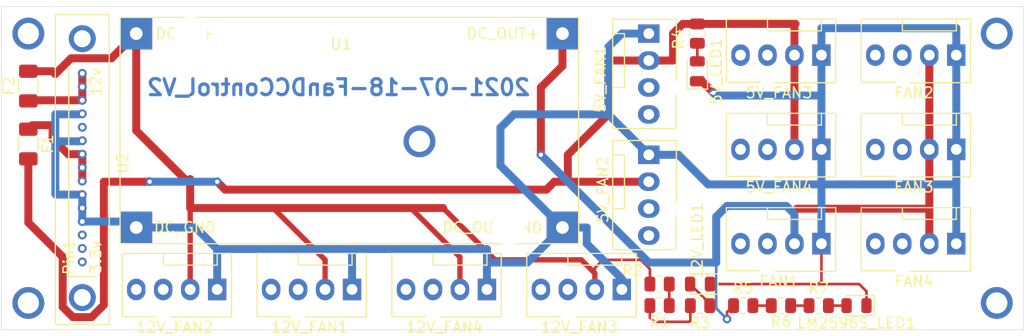
<source format=kicad_pcb>
(kicad_pcb (version 20171130) (host pcbnew "(5.1.10)-1")

  (general
    (thickness 1.6)
    (drawings 7)
    (tracks 165)
    (zones 0)
    (modules 26)
    (nets 14)
  )

  (page A4)
  (layers
    (0 F.Cu signal)
    (31 B.Cu signal)
    (32 B.Adhes user)
    (33 F.Adhes user)
    (34 B.Paste user)
    (35 F.Paste user)
    (36 B.SilkS user)
    (37 F.SilkS user)
    (38 B.Mask user)
    (39 F.Mask user)
    (40 Dwgs.User user)
    (41 Cmts.User user)
    (42 Eco1.User user)
    (43 Eco2.User user)
    (44 Edge.Cuts user)
    (45 Margin user)
    (46 B.CrtYd user)
    (47 F.CrtYd user)
    (48 B.Fab user)
    (49 F.Fab user)
  )

  (setup
    (last_trace_width 0.25)
    (user_trace_width 0.5)
    (user_trace_width 0.75)
    (trace_clearance 0.2)
    (zone_clearance 0.508)
    (zone_45_only no)
    (trace_min 0.2)
    (via_size 0.8)
    (via_drill 0.4)
    (via_min_size 0.4)
    (via_min_drill 0.3)
    (uvia_size 0.3)
    (uvia_drill 0.1)
    (uvias_allowed no)
    (uvia_min_size 0.2)
    (uvia_min_drill 0.1)
    (edge_width 0.05)
    (segment_width 0.2)
    (pcb_text_width 0.3)
    (pcb_text_size 1.5 1.5)
    (mod_edge_width 0.12)
    (mod_text_size 1 1)
    (mod_text_width 0.15)
    (pad_size 1.524 1.524)
    (pad_drill 0.762)
    (pad_to_mask_clearance 0)
    (aux_axis_origin 0 0)
    (visible_elements 7FFFFFFF)
    (pcbplotparams
      (layerselection 0x010fc_ffffffff)
      (usegerberextensions false)
      (usegerberattributes true)
      (usegerberadvancedattributes true)
      (creategerberjobfile true)
      (excludeedgelayer true)
      (linewidth 0.100000)
      (plotframeref false)
      (viasonmask false)
      (mode 1)
      (useauxorigin false)
      (hpglpennumber 1)
      (hpglpenspeed 20)
      (hpglpendiameter 15.000000)
      (psnegative false)
      (psa4output false)
      (plotreference true)
      (plotvalue true)
      (plotinvisibletext false)
      (padsonsilk false)
      (subtractmaskfromsilk false)
      (outputformat 1)
      (mirror false)
      (drillshape 0)
      (scaleselection 1)
      (outputdirectory "FanDCControl-2021-07-19-GeberOUT/"))
  )

  (net 0 "")
  (net 1 +12V)
  (net 2 GND)
  (net 3 +5V)
  (net 4 +8V)
  (net 5 "Net-(F1-Pad1)")
  (net 6 "Net-(F2-Pad1)")
  (net 7 "Net-(R1-Pad1)")
  (net 8 "Net-(R2-Pad1)")
  (net 9 "Net-(R5-Pad2)")
  (net 10 "Net-(R6-Pad2)")
  (net 11 "Net-(12V_LED1-Pad2)")
  (net 12 "Net-(5V_LED1-Pad2)")
  (net 13 "Net-(LM2596S_LED1-Pad2)")

  (net_class Default "This is the default net class."
    (clearance 0.2)
    (trace_width 0.25)
    (via_dia 0.8)
    (via_drill 0.4)
    (uvia_dia 0.3)
    (uvia_drill 0.1)
    (add_net +12V)
    (add_net +5V)
    (add_net +8V)
    (add_net GND)
    (add_net "Net-(12V_LED1-Pad2)")
    (add_net "Net-(5V_LED1-Pad2)")
    (add_net "Net-(F1-Pad1)")
    (add_net "Net-(F2-Pad1)")
    (add_net "Net-(LM2596S_LED1-Pad2)")
    (add_net "Net-(R1-Pad1)")
    (add_net "Net-(R2-Pad1)")
    (add_net "Net-(R5-Pad2)")
    (add_net "Net-(R6-Pad2)")
  )

  (module Resistor_SMD:R_0805_2012Metric (layer F.Cu) (tedit 5F68FEEE) (tstamp 60F535F4)
    (at 148.082 91.694)
    (descr "Resistor SMD 0805 (2012 Metric), square (rectangular) end terminal, IPC_7351 nominal, (Body size source: IPC-SM-782 page 72, https://www.pcb-3d.com/wordpress/wp-content/uploads/ipc-sm-782a_amendment_1_and_2.pdf), generated with kicad-footprint-generator")
    (tags resistor)
    (path /61582966)
    (attr smd)
    (fp_text reference R7 (at 0 -1.65) (layer F.SilkS)
      (effects (font (size 1 1) (thickness 0.15)))
    )
    (fp_text value 150R (at 0 1.65) (layer F.Fab)
      (effects (font (size 1 1) (thickness 0.15)))
    )
    (fp_line (start 1.68 0.95) (end -1.68 0.95) (layer F.CrtYd) (width 0.05))
    (fp_line (start 1.68 -0.95) (end 1.68 0.95) (layer F.CrtYd) (width 0.05))
    (fp_line (start -1.68 -0.95) (end 1.68 -0.95) (layer F.CrtYd) (width 0.05))
    (fp_line (start -1.68 0.95) (end -1.68 -0.95) (layer F.CrtYd) (width 0.05))
    (fp_line (start -0.227064 0.735) (end 0.227064 0.735) (layer F.SilkS) (width 0.12))
    (fp_line (start -0.227064 -0.735) (end 0.227064 -0.735) (layer F.SilkS) (width 0.12))
    (fp_line (start 1 0.625) (end -1 0.625) (layer F.Fab) (width 0.1))
    (fp_line (start 1 -0.625) (end 1 0.625) (layer F.Fab) (width 0.1))
    (fp_line (start -1 -0.625) (end 1 -0.625) (layer F.Fab) (width 0.1))
    (fp_line (start -1 0.625) (end -1 -0.625) (layer F.Fab) (width 0.1))
    (fp_text user %R (at 0 0) (layer F.Fab)
      (effects (font (size 0.5 0.5) (thickness 0.08)))
    )
    (pad 2 smd roundrect (at 0.9125 0) (size 1.025 1.4) (layers F.Cu F.Paste F.Mask) (roundrect_rratio 0.2439014634146341)
      (net 13 "Net-(LM2596S_LED1-Pad2)"))
    (pad 1 smd roundrect (at -0.9125 0) (size 1.025 1.4) (layers F.Cu F.Paste F.Mask) (roundrect_rratio 0.2439014634146341)
      (net 10 "Net-(R6-Pad2)"))
    (model ${KISYS3DMOD}/Resistor_SMD.3dshapes/R_0805_2012Metric.wrl
      (at (xyz 0 0 0))
      (scale (xyz 1 1 1))
      (rotate (xyz 0 0 0))
    )
  )

  (module Resistor_SMD:R_0805_2012Metric (layer F.Cu) (tedit 5F68FEEE) (tstamp 60F535E3)
    (at 144.526 91.694)
    (descr "Resistor SMD 0805 (2012 Metric), square (rectangular) end terminal, IPC_7351 nominal, (Body size source: IPC-SM-782 page 72, https://www.pcb-3d.com/wordpress/wp-content/uploads/ipc-sm-782a_amendment_1_and_2.pdf), generated with kicad-footprint-generator")
    (tags resistor)
    (path /6158268A)
    (attr smd)
    (fp_text reference R6 (at 0 1.524) (layer F.SilkS)
      (effects (font (size 1 1) (thickness 0.15)))
    )
    (fp_text value 150R (at 0 1.65) (layer F.Fab)
      (effects (font (size 1 1) (thickness 0.15)))
    )
    (fp_line (start 1.68 0.95) (end -1.68 0.95) (layer F.CrtYd) (width 0.05))
    (fp_line (start 1.68 -0.95) (end 1.68 0.95) (layer F.CrtYd) (width 0.05))
    (fp_line (start -1.68 -0.95) (end 1.68 -0.95) (layer F.CrtYd) (width 0.05))
    (fp_line (start -1.68 0.95) (end -1.68 -0.95) (layer F.CrtYd) (width 0.05))
    (fp_line (start -0.227064 0.735) (end 0.227064 0.735) (layer F.SilkS) (width 0.12))
    (fp_line (start -0.227064 -0.735) (end 0.227064 -0.735) (layer F.SilkS) (width 0.12))
    (fp_line (start 1 0.625) (end -1 0.625) (layer F.Fab) (width 0.1))
    (fp_line (start 1 -0.625) (end 1 0.625) (layer F.Fab) (width 0.1))
    (fp_line (start -1 -0.625) (end 1 -0.625) (layer F.Fab) (width 0.1))
    (fp_line (start -1 0.625) (end -1 -0.625) (layer F.Fab) (width 0.1))
    (fp_text user %R (at 0 0) (layer F.Fab)
      (effects (font (size 0.5 0.5) (thickness 0.08)))
    )
    (pad 2 smd roundrect (at 0.9125 0) (size 1.025 1.4) (layers F.Cu F.Paste F.Mask) (roundrect_rratio 0.2439014634146341)
      (net 10 "Net-(R6-Pad2)"))
    (pad 1 smd roundrect (at -0.9125 0) (size 1.025 1.4) (layers F.Cu F.Paste F.Mask) (roundrect_rratio 0.2439014634146341)
      (net 9 "Net-(R5-Pad2)"))
    (model ${KISYS3DMOD}/Resistor_SMD.3dshapes/R_0805_2012Metric.wrl
      (at (xyz 0 0 0))
      (scale (xyz 1 1 1))
      (rotate (xyz 0 0 0))
    )
  )

  (module Resistor_SMD:R_0805_2012Metric (layer F.Cu) (tedit 5F68FEEE) (tstamp 60F535D2)
    (at 140.97 91.694)
    (descr "Resistor SMD 0805 (2012 Metric), square (rectangular) end terminal, IPC_7351 nominal, (Body size source: IPC-SM-782 page 72, https://www.pcb-3d.com/wordpress/wp-content/uploads/ipc-sm-782a_amendment_1_and_2.pdf), generated with kicad-footprint-generator")
    (tags resistor)
    (path /6158200C)
    (attr smd)
    (fp_text reference R5 (at 0 -1.65) (layer F.SilkS)
      (effects (font (size 1 1) (thickness 0.15)))
    )
    (fp_text value 150R (at 0 1.65) (layer F.Fab)
      (effects (font (size 1 1) (thickness 0.15)))
    )
    (fp_line (start 1.68 0.95) (end -1.68 0.95) (layer F.CrtYd) (width 0.05))
    (fp_line (start 1.68 -0.95) (end 1.68 0.95) (layer F.CrtYd) (width 0.05))
    (fp_line (start -1.68 -0.95) (end 1.68 -0.95) (layer F.CrtYd) (width 0.05))
    (fp_line (start -1.68 0.95) (end -1.68 -0.95) (layer F.CrtYd) (width 0.05))
    (fp_line (start -0.227064 0.735) (end 0.227064 0.735) (layer F.SilkS) (width 0.12))
    (fp_line (start -0.227064 -0.735) (end 0.227064 -0.735) (layer F.SilkS) (width 0.12))
    (fp_line (start 1 0.625) (end -1 0.625) (layer F.Fab) (width 0.1))
    (fp_line (start 1 -0.625) (end 1 0.625) (layer F.Fab) (width 0.1))
    (fp_line (start -1 -0.625) (end 1 -0.625) (layer F.Fab) (width 0.1))
    (fp_line (start -1 0.625) (end -1 -0.625) (layer F.Fab) (width 0.1))
    (fp_text user %R (at 0 0) (layer F.Fab)
      (effects (font (size 0.5 0.5) (thickness 0.08)))
    )
    (pad 2 smd roundrect (at 0.9125 0) (size 1.025 1.4) (layers F.Cu F.Paste F.Mask) (roundrect_rratio 0.2439014634146341)
      (net 9 "Net-(R5-Pad2)"))
    (pad 1 smd roundrect (at -0.9125 0) (size 1.025 1.4) (layers F.Cu F.Paste F.Mask) (roundrect_rratio 0.2439014634146341)
      (net 4 +8V))
    (model ${KISYS3DMOD}/Resistor_SMD.3dshapes/R_0805_2012Metric.wrl
      (at (xyz 0 0 0))
      (scale (xyz 1 1 1))
      (rotate (xyz 0 0 0))
    )
  )

  (module LED_SMD:LED_0805_2012Metric (layer F.Cu) (tedit 5F68FEF1) (tstamp 60F53411)
    (at 151.638 91.694 180)
    (descr "LED SMD 0805 (2012 Metric), square (rectangular) end terminal, IPC_7351 nominal, (Body size source: https://docs.google.com/spreadsheets/d/1BsfQQcO9C6DZCsRaXUlFlo91Tg2WpOkGARC1WS5S8t0/edit?usp=sharing), generated with kicad-footprint-generator")
    (tags LED)
    (path /61583239)
    (attr smd)
    (fp_text reference LM2596S_LED1 (at 0 -1.65) (layer F.SilkS)
      (effects (font (size 1 1) (thickness 0.15)))
    )
    (fp_text value BLUE_LED (at 0 1.65) (layer F.Fab)
      (effects (font (size 1 1) (thickness 0.15)))
    )
    (fp_line (start 1.68 0.95) (end -1.68 0.95) (layer F.CrtYd) (width 0.05))
    (fp_line (start 1.68 -0.95) (end 1.68 0.95) (layer F.CrtYd) (width 0.05))
    (fp_line (start -1.68 -0.95) (end 1.68 -0.95) (layer F.CrtYd) (width 0.05))
    (fp_line (start -1.68 0.95) (end -1.68 -0.95) (layer F.CrtYd) (width 0.05))
    (fp_line (start -1.685 0.96) (end 1 0.96) (layer F.SilkS) (width 0.12))
    (fp_line (start -1.685 -0.96) (end -1.685 0.96) (layer F.SilkS) (width 0.12))
    (fp_line (start 1 -0.96) (end -1.685 -0.96) (layer F.SilkS) (width 0.12))
    (fp_line (start 1 0.6) (end 1 -0.6) (layer F.Fab) (width 0.1))
    (fp_line (start -1 0.6) (end 1 0.6) (layer F.Fab) (width 0.1))
    (fp_line (start -1 -0.3) (end -1 0.6) (layer F.Fab) (width 0.1))
    (fp_line (start -0.7 -0.6) (end -1 -0.3) (layer F.Fab) (width 0.1))
    (fp_line (start 1 -0.6) (end -0.7 -0.6) (layer F.Fab) (width 0.1))
    (fp_text user %R (at 0 0) (layer F.Fab)
      (effects (font (size 0.5 0.5) (thickness 0.08)))
    )
    (pad 2 smd roundrect (at 0.9375 0 180) (size 0.975 1.4) (layers F.Cu F.Paste F.Mask) (roundrect_rratio 0.25)
      (net 13 "Net-(LM2596S_LED1-Pad2)"))
    (pad 1 smd roundrect (at -0.9375 0 180) (size 0.975 1.4) (layers F.Cu F.Paste F.Mask) (roundrect_rratio 0.25)
      (net 2 GND))
    (model ${KISYS3DMOD}/LED_SMD.3dshapes/LED_0805_2012Metric.wrl
      (at (xyz 0 0 0))
      (scale (xyz 1 1 1))
      (rotate (xyz 0 0 0))
    )
  )

  (module Resistor_SMD:R_0805_2012Metric (layer F.Cu) (tedit 5F68FEEE) (tstamp 60F5014A)
    (at 136.652 66.04 90)
    (descr "Resistor SMD 0805 (2012 Metric), square (rectangular) end terminal, IPC_7351 nominal, (Body size source: IPC-SM-782 page 72, https://www.pcb-3d.com/wordpress/wp-content/uploads/ipc-sm-782a_amendment_1_and_2.pdf), generated with kicad-footprint-generator")
    (tags resistor)
    (path /6151E924)
    (attr smd)
    (fp_text reference R4 (at -0.508 -1.778 90) (layer F.SilkS)
      (effects (font (size 1 1) (thickness 0.15)))
    )
    (fp_text value 680R (at 0 1.65 90) (layer F.Fab)
      (effects (font (size 1 1) (thickness 0.15)))
    )
    (fp_line (start 1.68 0.95) (end -1.68 0.95) (layer F.CrtYd) (width 0.05))
    (fp_line (start 1.68 -0.95) (end 1.68 0.95) (layer F.CrtYd) (width 0.05))
    (fp_line (start -1.68 -0.95) (end 1.68 -0.95) (layer F.CrtYd) (width 0.05))
    (fp_line (start -1.68 0.95) (end -1.68 -0.95) (layer F.CrtYd) (width 0.05))
    (fp_line (start -0.227064 0.735) (end 0.227064 0.735) (layer F.SilkS) (width 0.12))
    (fp_line (start -0.227064 -0.735) (end 0.227064 -0.735) (layer F.SilkS) (width 0.12))
    (fp_line (start 1 0.625) (end -1 0.625) (layer F.Fab) (width 0.1))
    (fp_line (start 1 -0.625) (end 1 0.625) (layer F.Fab) (width 0.1))
    (fp_line (start -1 -0.625) (end 1 -0.625) (layer F.Fab) (width 0.1))
    (fp_line (start -1 0.625) (end -1 -0.625) (layer F.Fab) (width 0.1))
    (fp_text user %R (at 0 0 90) (layer F.Fab)
      (effects (font (size 0.5 0.5) (thickness 0.08)))
    )
    (pad 2 smd roundrect (at 0.9125 0 90) (size 1.025 1.4) (layers F.Cu F.Paste F.Mask) (roundrect_rratio 0.2439014634146341)
      (net 3 +5V))
    (pad 1 smd roundrect (at -0.9125 0 90) (size 1.025 1.4) (layers F.Cu F.Paste F.Mask) (roundrect_rratio 0.2439014634146341)
      (net 12 "Net-(5V_LED1-Pad2)"))
    (model ${KISYS3DMOD}/Resistor_SMD.3dshapes/R_0805_2012Metric.wrl
      (at (xyz 0 0 0))
      (scale (xyz 1 1 1))
      (rotate (xyz 0 0 0))
    )
  )

  (module Resistor_SMD:R_0805_2012Metric (layer F.Cu) (tedit 5F68FEEE) (tstamp 60F50139)
    (at 136.906 91.694 180)
    (descr "Resistor SMD 0805 (2012 Metric), square (rectangular) end terminal, IPC_7351 nominal, (Body size source: IPC-SM-782 page 72, https://www.pcb-3d.com/wordpress/wp-content/uploads/ipc-sm-782a_amendment_1_and_2.pdf), generated with kicad-footprint-generator")
    (tags resistor)
    (path /6151E3DC)
    (attr smd)
    (fp_text reference R3 (at 0 -1.65) (layer F.SilkS)
      (effects (font (size 1 1) (thickness 0.15)))
    )
    (fp_text value 1R (at 0 1.65) (layer F.Fab)
      (effects (font (size 1 1) (thickness 0.15)))
    )
    (fp_line (start 1.68 0.95) (end -1.68 0.95) (layer F.CrtYd) (width 0.05))
    (fp_line (start 1.68 -0.95) (end 1.68 0.95) (layer F.CrtYd) (width 0.05))
    (fp_line (start -1.68 -0.95) (end 1.68 -0.95) (layer F.CrtYd) (width 0.05))
    (fp_line (start -1.68 0.95) (end -1.68 -0.95) (layer F.CrtYd) (width 0.05))
    (fp_line (start -0.227064 0.735) (end 0.227064 0.735) (layer F.SilkS) (width 0.12))
    (fp_line (start -0.227064 -0.735) (end 0.227064 -0.735) (layer F.SilkS) (width 0.12))
    (fp_line (start 1 0.625) (end -1 0.625) (layer F.Fab) (width 0.1))
    (fp_line (start 1 -0.625) (end 1 0.625) (layer F.Fab) (width 0.1))
    (fp_line (start -1 -0.625) (end 1 -0.625) (layer F.Fab) (width 0.1))
    (fp_line (start -1 0.625) (end -1 -0.625) (layer F.Fab) (width 0.1))
    (fp_text user %R (at 0 0) (layer F.Fab)
      (effects (font (size 0.5 0.5) (thickness 0.08)))
    )
    (pad 2 smd roundrect (at 0.9125 0 180) (size 1.025 1.4) (layers F.Cu F.Paste F.Mask) (roundrect_rratio 0.2439014634146341)
      (net 8 "Net-(R2-Pad1)"))
    (pad 1 smd roundrect (at -0.9125 0 180) (size 1.025 1.4) (layers F.Cu F.Paste F.Mask) (roundrect_rratio 0.2439014634146341)
      (net 11 "Net-(12V_LED1-Pad2)"))
    (model ${KISYS3DMOD}/Resistor_SMD.3dshapes/R_0805_2012Metric.wrl
      (at (xyz 0 0 0))
      (scale (xyz 1 1 1))
      (rotate (xyz 0 0 0))
    )
  )

  (module Resistor_SMD:R_0805_2012Metric (layer F.Cu) (tedit 5F68FEEE) (tstamp 60F50128)
    (at 133.096 91.694)
    (descr "Resistor SMD 0805 (2012 Metric), square (rectangular) end terminal, IPC_7351 nominal, (Body size source: IPC-SM-782 page 72, https://www.pcb-3d.com/wordpress/wp-content/uploads/ipc-sm-782a_amendment_1_and_2.pdf), generated with kicad-footprint-generator")
    (tags resistor)
    (path /6151DE95)
    (attr smd)
    (fp_text reference R2 (at -2.54 -3.302) (layer F.SilkS)
      (effects (font (size 1 1) (thickness 0.15)))
    )
    (fp_text value 1000R (at 0 1.65) (layer F.Fab)
      (effects (font (size 1 1) (thickness 0.15)))
    )
    (fp_line (start 1.68 0.95) (end -1.68 0.95) (layer F.CrtYd) (width 0.05))
    (fp_line (start 1.68 -0.95) (end 1.68 0.95) (layer F.CrtYd) (width 0.05))
    (fp_line (start -1.68 -0.95) (end 1.68 -0.95) (layer F.CrtYd) (width 0.05))
    (fp_line (start -1.68 0.95) (end -1.68 -0.95) (layer F.CrtYd) (width 0.05))
    (fp_line (start -0.227064 0.735) (end 0.227064 0.735) (layer F.SilkS) (width 0.12))
    (fp_line (start -0.227064 -0.735) (end 0.227064 -0.735) (layer F.SilkS) (width 0.12))
    (fp_line (start 1 0.625) (end -1 0.625) (layer F.Fab) (width 0.1))
    (fp_line (start 1 -0.625) (end 1 0.625) (layer F.Fab) (width 0.1))
    (fp_line (start -1 -0.625) (end 1 -0.625) (layer F.Fab) (width 0.1))
    (fp_line (start -1 0.625) (end -1 -0.625) (layer F.Fab) (width 0.1))
    (fp_text user %R (at 0 0) (layer F.Fab)
      (effects (font (size 0.5 0.5) (thickness 0.08)))
    )
    (pad 2 smd roundrect (at 0.9125 0) (size 1.025 1.4) (layers F.Cu F.Paste F.Mask) (roundrect_rratio 0.2439014634146341)
      (net 7 "Net-(R1-Pad1)"))
    (pad 1 smd roundrect (at -0.9125 0) (size 1.025 1.4) (layers F.Cu F.Paste F.Mask) (roundrect_rratio 0.2439014634146341)
      (net 8 "Net-(R2-Pad1)"))
    (model ${KISYS3DMOD}/Resistor_SMD.3dshapes/R_0805_2012Metric.wrl
      (at (xyz 0 0 0))
      (scale (xyz 1 1 1))
      (rotate (xyz 0 0 0))
    )
  )

  (module Resistor_SMD:R_0805_2012Metric (layer F.Cu) (tedit 5F68FEEE) (tstamp 60F50117)
    (at 133.096 89.662 180)
    (descr "Resistor SMD 0805 (2012 Metric), square (rectangular) end terminal, IPC_7351 nominal, (Body size source: IPC-SM-782 page 72, https://www.pcb-3d.com/wordpress/wp-content/uploads/ipc-sm-782a_amendment_1_and_2.pdf), generated with kicad-footprint-generator")
    (tags resistor)
    (path /6151B597)
    (attr smd)
    (fp_text reference R1 (at 0 -3.556) (layer F.SilkS)
      (effects (font (size 1 1) (thickness 0.15)))
    )
    (fp_text value 1000R (at 0 1.65) (layer F.Fab)
      (effects (font (size 1 1) (thickness 0.15)))
    )
    (fp_line (start 1.68 0.95) (end -1.68 0.95) (layer F.CrtYd) (width 0.05))
    (fp_line (start 1.68 -0.95) (end 1.68 0.95) (layer F.CrtYd) (width 0.05))
    (fp_line (start -1.68 -0.95) (end 1.68 -0.95) (layer F.CrtYd) (width 0.05))
    (fp_line (start -1.68 0.95) (end -1.68 -0.95) (layer F.CrtYd) (width 0.05))
    (fp_line (start -0.227064 0.735) (end 0.227064 0.735) (layer F.SilkS) (width 0.12))
    (fp_line (start -0.227064 -0.735) (end 0.227064 -0.735) (layer F.SilkS) (width 0.12))
    (fp_line (start 1 0.625) (end -1 0.625) (layer F.Fab) (width 0.1))
    (fp_line (start 1 -0.625) (end 1 0.625) (layer F.Fab) (width 0.1))
    (fp_line (start -1 -0.625) (end 1 -0.625) (layer F.Fab) (width 0.1))
    (fp_line (start -1 0.625) (end -1 -0.625) (layer F.Fab) (width 0.1))
    (fp_text user %R (at 0 0) (layer F.Fab)
      (effects (font (size 0.5 0.5) (thickness 0.08)))
    )
    (pad 2 smd roundrect (at 0.9125 0 180) (size 1.025 1.4) (layers F.Cu F.Paste F.Mask) (roundrect_rratio 0.2439014634146341)
      (net 1 +12V))
    (pad 1 smd roundrect (at -0.9125 0 180) (size 1.025 1.4) (layers F.Cu F.Paste F.Mask) (roundrect_rratio 0.2439014634146341)
      (net 7 "Net-(R1-Pad1)"))
    (model ${KISYS3DMOD}/Resistor_SMD.3dshapes/R_0805_2012Metric.wrl
      (at (xyz 0 0 0))
      (scale (xyz 1 1 1))
      (rotate (xyz 0 0 0))
    )
  )

  (module Fuse:Fuse_1206_3216Metric (layer F.Cu) (tedit 5F68FEF1) (tstamp 60F50016)
    (at 73.66 70.99 90)
    (descr "Fuse SMD 1206 (3216 Metric), square (rectangular) end terminal, IPC_7351 nominal, (Body size source: http://www.tortai-tech.com/upload/download/2011102023233369053.pdf), generated with kicad-footprint-generator")
    (tags fuse)
    (path /61503C1C)
    (attr smd)
    (fp_text reference F2 (at 0 -1.82 90) (layer F.SilkS)
      (effects (font (size 1 1) (thickness 0.15)))
    )
    (fp_text value 12V_Polyfuse (at 0 1.82 90) (layer F.Fab)
      (effects (font (size 1 1) (thickness 0.15)))
    )
    (fp_line (start 2.28 1.12) (end -2.28 1.12) (layer F.CrtYd) (width 0.05))
    (fp_line (start 2.28 -1.12) (end 2.28 1.12) (layer F.CrtYd) (width 0.05))
    (fp_line (start -2.28 -1.12) (end 2.28 -1.12) (layer F.CrtYd) (width 0.05))
    (fp_line (start -2.28 1.12) (end -2.28 -1.12) (layer F.CrtYd) (width 0.05))
    (fp_line (start -0.602064 0.91) (end 0.602064 0.91) (layer F.SilkS) (width 0.12))
    (fp_line (start -0.602064 -0.91) (end 0.602064 -0.91) (layer F.SilkS) (width 0.12))
    (fp_line (start 1.6 0.8) (end -1.6 0.8) (layer F.Fab) (width 0.1))
    (fp_line (start 1.6 -0.8) (end 1.6 0.8) (layer F.Fab) (width 0.1))
    (fp_line (start -1.6 -0.8) (end 1.6 -0.8) (layer F.Fab) (width 0.1))
    (fp_line (start -1.6 0.8) (end -1.6 -0.8) (layer F.Fab) (width 0.1))
    (fp_text user %R (at 0 0 90) (layer F.Fab)
      (effects (font (size 0.8 0.8) (thickness 0.12)))
    )
    (pad 2 smd roundrect (at 1.4 0 90) (size 1.25 1.75) (layers F.Cu F.Paste F.Mask) (roundrect_rratio 0.2)
      (net 1 +12V))
    (pad 1 smd roundrect (at -1.4 0 90) (size 1.25 1.75) (layers F.Cu F.Paste F.Mask) (roundrect_rratio 0.2)
      (net 6 "Net-(F2-Pad1)"))
    (model ${KISYS3DMOD}/Fuse.3dshapes/Fuse_1206_3216Metric.wrl
      (at (xyz 0 0 0))
      (scale (xyz 1 1 1))
      (rotate (xyz 0 0 0))
    )
  )

  (module Fuse:Fuse_1206_3216Metric (layer F.Cu) (tedit 5F68FEF1) (tstamp 60F50005)
    (at 73.66 76.454 270)
    (descr "Fuse SMD 1206 (3216 Metric), square (rectangular) end terminal, IPC_7351 nominal, (Body size source: http://www.tortai-tech.com/upload/download/2011102023233369053.pdf), generated with kicad-footprint-generator")
    (tags fuse)
    (path /61501BE2)
    (attr smd)
    (fp_text reference F1 (at 0 -1.82 90) (layer F.SilkS)
      (effects (font (size 1 1) (thickness 0.15)))
    )
    (fp_text value 5V_Polyfuse (at 0 1.82 270) (layer F.Fab)
      (effects (font (size 1 1) (thickness 0.15)))
    )
    (fp_line (start 2.28 1.12) (end -2.28 1.12) (layer F.CrtYd) (width 0.05))
    (fp_line (start 2.28 -1.12) (end 2.28 1.12) (layer F.CrtYd) (width 0.05))
    (fp_line (start -2.28 -1.12) (end 2.28 -1.12) (layer F.CrtYd) (width 0.05))
    (fp_line (start -2.28 1.12) (end -2.28 -1.12) (layer F.CrtYd) (width 0.05))
    (fp_line (start -0.602064 0.91) (end 0.602064 0.91) (layer F.SilkS) (width 0.12))
    (fp_line (start -0.602064 -0.91) (end 0.602064 -0.91) (layer F.SilkS) (width 0.12))
    (fp_line (start 1.6 0.8) (end -1.6 0.8) (layer F.Fab) (width 0.1))
    (fp_line (start 1.6 -0.8) (end 1.6 0.8) (layer F.Fab) (width 0.1))
    (fp_line (start -1.6 -0.8) (end 1.6 -0.8) (layer F.Fab) (width 0.1))
    (fp_line (start -1.6 0.8) (end -1.6 -0.8) (layer F.Fab) (width 0.1))
    (fp_text user %R (at 0 0 90) (layer F.Fab)
      (effects (font (size 0.8 0.8) (thickness 0.12)))
    )
    (pad 2 smd roundrect (at 1.4 0 270) (size 1.25 1.75) (layers F.Cu F.Paste F.Mask) (roundrect_rratio 0.2)
      (net 3 +5V))
    (pad 1 smd roundrect (at -1.4 0 270) (size 1.25 1.75) (layers F.Cu F.Paste F.Mask) (roundrect_rratio 0.2)
      (net 5 "Net-(F1-Pad1)"))
    (model ${KISYS3DMOD}/Fuse.3dshapes/Fuse_1206_3216Metric.wrl
      (at (xyz 0 0 0))
      (scale (xyz 1 1 1))
      (rotate (xyz 0 0 0))
    )
  )

  (module LED_SMD:LED_0805_2012Metric (layer F.Cu) (tedit 5F68FEF1) (tstamp 60F4FFF4)
    (at 136.652 69.596 90)
    (descr "LED SMD 0805 (2012 Metric), square (rectangular) end terminal, IPC_7351 nominal, (Body size source: https://docs.google.com/spreadsheets/d/1BsfQQcO9C6DZCsRaXUlFlo91Tg2WpOkGARC1WS5S8t0/edit?usp=sharing), generated with kicad-footprint-generator")
    (tags LED)
    (path /6151A80F)
    (attr smd)
    (fp_text reference 5V_LED1 (at 0 1.778 90) (layer F.SilkS)
      (effects (font (size 1 1) (thickness 0.15)))
    )
    (fp_text value GREEN_LED (at 0 1.65 90) (layer F.Fab)
      (effects (font (size 1 1) (thickness 0.15)))
    )
    (fp_line (start 1.68 0.95) (end -1.68 0.95) (layer F.CrtYd) (width 0.05))
    (fp_line (start 1.68 -0.95) (end 1.68 0.95) (layer F.CrtYd) (width 0.05))
    (fp_line (start -1.68 -0.95) (end 1.68 -0.95) (layer F.CrtYd) (width 0.05))
    (fp_line (start -1.68 0.95) (end -1.68 -0.95) (layer F.CrtYd) (width 0.05))
    (fp_line (start -1.685 0.96) (end 1 0.96) (layer F.SilkS) (width 0.12))
    (fp_line (start -1.685 -0.96) (end -1.685 0.96) (layer F.SilkS) (width 0.12))
    (fp_line (start 1 -0.96) (end -1.685 -0.96) (layer F.SilkS) (width 0.12))
    (fp_line (start 1 0.6) (end 1 -0.6) (layer F.Fab) (width 0.1))
    (fp_line (start -1 0.6) (end 1 0.6) (layer F.Fab) (width 0.1))
    (fp_line (start -1 -0.3) (end -1 0.6) (layer F.Fab) (width 0.1))
    (fp_line (start -0.7 -0.6) (end -1 -0.3) (layer F.Fab) (width 0.1))
    (fp_line (start 1 -0.6) (end -0.7 -0.6) (layer F.Fab) (width 0.1))
    (fp_text user %R (at 0 0 90) (layer F.Fab)
      (effects (font (size 0.5 0.5) (thickness 0.08)))
    )
    (pad 2 smd roundrect (at 0.9375 0 90) (size 0.975 1.4) (layers F.Cu F.Paste F.Mask) (roundrect_rratio 0.25)
      (net 12 "Net-(5V_LED1-Pad2)"))
    (pad 1 smd roundrect (at -0.9375 0 90) (size 0.975 1.4) (layers F.Cu F.Paste F.Mask) (roundrect_rratio 0.25)
      (net 2 GND))
    (model ${KISYS3DMOD}/LED_SMD.3dshapes/LED_0805_2012Metric.wrl
      (at (xyz 0 0 0))
      (scale (xyz 1 1 1))
      (rotate (xyz 0 0 0))
    )
  )

  (module LED_SMD:LED_0805_2012Metric (layer F.Cu) (tedit 5F68FEF1) (tstamp 60F4FFE1)
    (at 136.906 89.662 180)
    (descr "LED SMD 0805 (2012 Metric), square (rectangular) end terminal, IPC_7351 nominal, (Body size source: https://docs.google.com/spreadsheets/d/1BsfQQcO9C6DZCsRaXUlFlo91Tg2WpOkGARC1WS5S8t0/edit?usp=sharing), generated with kicad-footprint-generator")
    (tags LED)
    (path /61513EC6)
    (attr smd)
    (fp_text reference 12V_LED1 (at 0.254 4.064 90) (layer F.SilkS)
      (effects (font (size 1 1) (thickness 0.15)))
    )
    (fp_text value RED_LED (at 0 1.65) (layer F.Fab)
      (effects (font (size 1 1) (thickness 0.15)))
    )
    (fp_line (start 1.68 0.95) (end -1.68 0.95) (layer F.CrtYd) (width 0.05))
    (fp_line (start 1.68 -0.95) (end 1.68 0.95) (layer F.CrtYd) (width 0.05))
    (fp_line (start -1.68 -0.95) (end 1.68 -0.95) (layer F.CrtYd) (width 0.05))
    (fp_line (start -1.68 0.95) (end -1.68 -0.95) (layer F.CrtYd) (width 0.05))
    (fp_line (start -1.685 0.96) (end 1 0.96) (layer F.SilkS) (width 0.12))
    (fp_line (start -1.685 -0.96) (end -1.685 0.96) (layer F.SilkS) (width 0.12))
    (fp_line (start 1 -0.96) (end -1.685 -0.96) (layer F.SilkS) (width 0.12))
    (fp_line (start 1 0.6) (end 1 -0.6) (layer F.Fab) (width 0.1))
    (fp_line (start -1 0.6) (end 1 0.6) (layer F.Fab) (width 0.1))
    (fp_line (start -1 -0.3) (end -1 0.6) (layer F.Fab) (width 0.1))
    (fp_line (start -0.7 -0.6) (end -1 -0.3) (layer F.Fab) (width 0.1))
    (fp_line (start 1 -0.6) (end -0.7 -0.6) (layer F.Fab) (width 0.1))
    (fp_text user %R (at 0 0) (layer F.Fab)
      (effects (font (size 0.5 0.5) (thickness 0.08)))
    )
    (pad 2 smd roundrect (at 0.9375 0 180) (size 0.975 1.4) (layers F.Cu F.Paste F.Mask) (roundrect_rratio 0.25)
      (net 11 "Net-(12V_LED1-Pad2)"))
    (pad 1 smd roundrect (at -0.9375 0 180) (size 0.975 1.4) (layers F.Cu F.Paste F.Mask) (roundrect_rratio 0.25)
      (net 2 GND))
    (model ${KISYS3DMOD}/LED_SMD.3dshapes/LED_0805_2012Metric.wrl
      (at (xyz 0 0 0))
      (scale (xyz 1 1 1))
      (rotate (xyz 0 0 0))
    )
  )

  (module SATA:SATA_POWER_DIP_15 (layer F.Cu) (tedit 60F56F39) (tstamp 60F2314C)
    (at 78.74 90.932 90)
    (descr "SATA15P公座 180度直针 直插式插件 带塑胶定位柱 SATA连接器接口")
    (tags https://item.taobao.com/item.htm?spm=a1z10.5-c.w4002-18957941984.30.26726b2aIxwDiF&id=569628505557)
    (path /61287681)
    (fp_text reference U2 (at 12.7 3.81 90) (layer F.SilkS)
      (effects (font (size 1 1) (thickness 0.15)))
    )
    (fp_text value SATA_POWER_15 (at 15.24 6.35 90) (layer F.Fab)
      (effects (font (size 1 1) (thickness 0.15)))
    )
    (fp_line (start 2.0066 -1.27) (end 21.59 -1.27) (layer F.SilkS) (width 0.12))
    (fp_line (start 1.9812 1.27) (end 1.9812 -1.27) (layer F.SilkS) (width 0.12))
    (fp_line (start 26.67 -2.54) (end -2.54 -2.54) (layer F.SilkS) (width 0.12))
    (fp_line (start 26.67 2.54) (end 26.67 -2.54) (layer F.SilkS) (width 0.12))
    (fp_line (start -2.54 2.54) (end 26.67 2.54) (layer F.SilkS) (width 0.12))
    (fp_line (start -2.54 -2.54) (end -2.54 2.54) (layer F.SilkS) (width 0.12))
    (fp_text user Pin1 (at 3.81 -1.27 90) (layer F.SilkS)
      (effects (font (size 1 1) (thickness 0.15)))
    )
    (fp_text user 12v (at 20.32 1.27 90) (layer F.SilkS)
      (effects (font (size 1 1) (thickness 0.15)))
    )
    (fp_text user 3.3v (at 3.81 1.27 90) (layer F.SilkS)
      (effects (font (size 1 1) (thickness 0.15)))
    )
    (pad 14 thru_hole circle (at 19.87 0 90) (size 0.84 0.84) (drill 0.45) (layers *.Cu *.Mask)
      (net 6 "Net-(F2-Pad1)"))
    (pad 13 thru_hole circle (at 18.6 0 90) (size 0.84 0.84) (drill 0.45) (layers *.Cu *.Mask)
      (net 6 "Net-(F2-Pad1)"))
    (pad 15 thru_hole circle (at 21.14 0 90) (size 0.84 0.84) (drill 0.45) (layers *.Cu *.Mask)
      (net 6 "Net-(F2-Pad1)"))
    (pad 10 thru_hole circle (at 14.79 0 90) (size 0.84 0.84) (drill 0.45) (layers *.Cu *.Mask)
      (net 2 GND))
    (pad 12 thru_hole circle (at 17.33 0 90) (size 0.84 0.84) (drill 0.45) (layers *.Cu *.Mask)
      (net 2 GND))
    (pad 11 thru_hole circle (at 16.06 0 90) (size 0.84 0.84) (drill 0.45) (layers *.Cu *.Mask))
    (pad 9 thru_hole circle (at 13.52 0 90) (size 0.84 0.84) (drill 0.45) (layers *.Cu *.Mask)
      (net 5 "Net-(F1-Pad1)"))
    (pad 8 thru_hole circle (at 12.25 0 90) (size 0.84 0.84) (drill 0.45) (layers *.Cu *.Mask)
      (net 5 "Net-(F1-Pad1)"))
    (pad 7 thru_hole circle (at 10.98 0 90) (size 0.84 0.84) (drill 0.45) (layers *.Cu *.Mask)
      (net 5 "Net-(F1-Pad1)"))
    (pad 6 thru_hole circle (at 9.71 0 90) (size 0.84 0.84) (drill 0.45) (layers *.Cu *.Mask)
      (net 2 GND))
    (pad 5 thru_hole circle (at 8.44 0 90) (size 0.84 0.84) (drill 0.45) (layers *.Cu *.Mask)
      (net 2 GND))
    (pad 4 thru_hole circle (at 7.17 0 90) (size 0.84 0.84) (drill 0.45) (layers *.Cu *.Mask)
      (net 2 GND))
    (pad 3 thru_hole circle (at 5.9 0 90) (size 0.84 0.84) (drill 0.45) (layers *.Cu *.Mask))
    (pad 2 thru_hole circle (at 4.63 0 90) (size 0.84 0.84) (drill 0.45) (layers *.Cu *.Mask))
    (pad 1 thru_hole circle (at 3.36 0 90) (size 0.84 0.84) (drill 0.45) (layers *.Cu *.Mask))
    (pad "" np_thru_hole circle (at 24.4094 0 90) (size 2.54 2.54) (drill 1.6) (layers *.Cu *.Mask))
    (pad "" np_thru_hole circle (at 0 0 90) (size 2.54 2.54) (drill 1.6) (layers *.Cu *.Mask))
  )

  (module SATA:LM2596S_DC_MODEL_4 (layer F.Cu) (tedit 60F23218) (tstamp 60F2312E)
    (at 83.82 66.04)
    (descr "DC-DC 降压电源模块 3A可调降压模块 LM2596 稳压 24V转12V 5V 3V")
    (tags https://item.taobao.com/item.htm?spm=a1z09.2.0.0.11ca2e8dSW9we4&id=638875996121&_u=h23n6d0660a)
    (path /6125AB56)
    (fp_text reference U1 (at 19.304 1.016) (layer F.SilkS)
      (effects (font (size 1 1) (thickness 0.15)))
    )
    (fp_text value LM2596S_DC_MODEL_4 (at 19.304 17.78) (layer F.Fab)
      (effects (font (size 1 1) (thickness 0.15)))
    )
    (fp_line (start 0 -1.524) (end -1.524 -1.524) (layer F.SilkS) (width 0.12))
    (fp_line (start -1.524 -1.524) (end -1.524 19.812) (layer F.SilkS) (width 0.12))
    (fp_line (start -1.524 19.812) (end 41.656 19.812) (layer F.SilkS) (width 0.12))
    (fp_line (start 41.656 19.812) (end 41.656 -1.524) (layer F.SilkS) (width 0.12))
    (fp_line (start 41.656 -1.524) (end 0 -1.524) (layer F.SilkS) (width 0.12))
    (fp_text user DC_OUT+ (at 34.544 0) (layer F.SilkS)
      (effects (font (size 1 1) (thickness 0.15)))
    )
    (fp_text user DC_OUT_GND (at 33.528 18.288) (layer F.SilkS)
      (effects (font (size 1 1) (thickness 0.15)))
    )
    (fp_text user DC_GND (at 4.572 18.288) (layer F.SilkS)
      (effects (font (size 1 1) (thickness 0.15)))
    )
    (fp_text user DC_IN+ (at 4.572 0) (layer F.SilkS)
      (effects (font (size 1 1) (thickness 0.15)))
    )
    (pad "" np_thru_hole circle (at 35.052 18.288) (size 3.2 3.2) (drill 3.2) (layers *.Cu *.Mask))
    (pad "" np_thru_hole circle (at 5.08 0) (size 3.2 3.2) (drill 3.2) (layers *.Cu *.Mask))
    (pad 4 thru_hole rect (at 40.132 18.288) (size 3 3) (drill 1.2) (layers *.Cu *.Mask)
      (net 2 GND))
    (pad 1 thru_hole rect (at 0 0) (size 3 3) (drill 1.2) (layers *.Cu *.Mask)
      (net 1 +12V))
    (pad 2 thru_hole rect (at 0 18.288) (size 3 3) (drill 1.2) (layers *.Cu *.Mask)
      (net 2 GND))
    (pad 3 thru_hole rect (at 40.132 0) (size 3 3) (drill 1.2) (layers *.Cu *.Mask)
      (net 4 +8V))
  )

  (module Connector:FanPinHeader_1x04_P2.54mm_Vertical (layer F.Cu) (tedit 5A19DE55) (tstamp 60F52412)
    (at 161.036 85.852 180)
    (descr "4-pin CPU fan Through hole pin header, e.g. for Wieson part number 2366C888-007 Molex 47053-1000, Foxconn HF27040-M1, Tyco 1470947-1 or equivalent, see http://www.formfactors.org/developer%5Cspecs%5Crev1_2_public.pdf")
    (tags "pin header 4-pin CPU fan")
    (path /61264E93)
    (fp_text reference FAN4 (at 4 -3.55) (layer F.SilkS)
      (effects (font (size 1 1) (thickness 0.15)))
    )
    (fp_text value Fan_Tacho_PWM (at 4.05 4.35) (layer F.Fab)
      (effects (font (size 1 1) (thickness 0.15)))
    )
    (fp_line (start 9.35 -3.2) (end 9.35 3.8) (layer F.CrtYd) (width 0.05))
    (fp_line (start 9.35 -3.2) (end -1.75 -3.2) (layer F.CrtYd) (width 0.05))
    (fp_line (start -1.75 3.8) (end 9.35 3.8) (layer F.CrtYd) (width 0.05))
    (fp_line (start -1.75 3.8) (end -1.75 -3.2) (layer F.CrtYd) (width 0.05))
    (fp_line (start 5.08 2.29) (end 5.08 3.3) (layer F.SilkS) (width 0.12))
    (fp_line (start 0 2.29) (end 5.08 2.29) (layer F.SilkS) (width 0.12))
    (fp_line (start 0 3.3) (end 0 2.29) (layer F.SilkS) (width 0.12))
    (fp_line (start -1.25 -2.5) (end 4.4 -2.5) (layer F.Fab) (width 0.1))
    (fp_line (start -1.25 3.3) (end -1.25 -2.5) (layer F.Fab) (width 0.1))
    (fp_line (start -1.2 3.3) (end -1.25 3.3) (layer F.Fab) (width 0.1))
    (fp_line (start 8.85 3.3) (end -1.2 3.3) (layer F.Fab) (width 0.1))
    (fp_line (start 8.85 -2.5) (end 8.85 3.3) (layer F.Fab) (width 0.1))
    (fp_line (start 5.75 -2.5) (end 8.85 -2.5) (layer F.Fab) (width 0.1))
    (fp_line (start 0 2.3) (end 0 3.3) (layer F.Fab) (width 0.1))
    (fp_line (start 5.1 2.3) (end 0 2.3) (layer F.Fab) (width 0.1))
    (fp_line (start 5.1 3.3) (end 5.1 2.3) (layer F.Fab) (width 0.1))
    (fp_line (start -1.35 3.4) (end -1.35 -2.6) (layer F.SilkS) (width 0.12))
    (fp_line (start 8.95 3.4) (end -1.35 3.4) (layer F.SilkS) (width 0.12))
    (fp_line (start 8.95 -2.55) (end 8.95 3.4) (layer F.SilkS) (width 0.12))
    (fp_line (start 5.75 -2.55) (end 8.95 -2.55) (layer F.SilkS) (width 0.12))
    (fp_line (start -1.35 -2.6) (end 4.4 -2.6) (layer F.SilkS) (width 0.12))
    (fp_text user %R (at 1.85 -1.75) (layer F.Fab)
      (effects (font (size 1 1) (thickness 0.15)))
    )
    (pad "" np_thru_hole circle (at 5.08 -2.16 270) (size 1.1 1.1) (drill 1.1) (layers *.Cu *.Mask))
    (pad 4 thru_hole oval (at 7.62 0 270) (size 2.03 1.73) (drill 1.02) (layers *.Cu *.Mask))
    (pad 3 thru_hole oval (at 5.08 0 270) (size 2.03 1.73) (drill 1.02) (layers *.Cu *.Mask))
    (pad 2 thru_hole oval (at 2.54 0 270) (size 2.03 1.73) (drill 1.02) (layers *.Cu *.Mask)
      (net 4 +8V))
    (pad 1 thru_hole rect (at 0 0 270) (size 2.03 1.73) (drill 1.02) (layers *.Cu *.Mask)
      (net 2 GND))
    (model ${KISYS3DMOD}/Connector.3dshapes/FanPinHeader_1x04_P2.54mm_Vertical.wrl
      (at (xyz 0 0 0))
      (scale (xyz 1 1 1))
      (rotate (xyz 0 0 0))
    )
  )

  (module Connector:FanPinHeader_1x04_P2.54mm_Vertical (layer F.Cu) (tedit 5A19DE55) (tstamp 60F5235E)
    (at 161.036 76.962 180)
    (descr "4-pin CPU fan Through hole pin header, e.g. for Wieson part number 2366C888-007 Molex 47053-1000, Foxconn HF27040-M1, Tyco 1470947-1 or equivalent, see http://www.formfactors.org/developer%5Cspecs%5Crev1_2_public.pdf")
    (tags "pin header 4-pin CPU fan")
    (path /61263E87)
    (fp_text reference FAN3 (at 4 -3.55) (layer F.SilkS)
      (effects (font (size 1 1) (thickness 0.15)))
    )
    (fp_text value Fan_Tacho_PWM (at 4.05 4.35) (layer F.Fab)
      (effects (font (size 1 1) (thickness 0.15)))
    )
    (fp_line (start 9.35 -3.2) (end 9.35 3.8) (layer F.CrtYd) (width 0.05))
    (fp_line (start 9.35 -3.2) (end -1.75 -3.2) (layer F.CrtYd) (width 0.05))
    (fp_line (start -1.75 3.8) (end 9.35 3.8) (layer F.CrtYd) (width 0.05))
    (fp_line (start -1.75 3.8) (end -1.75 -3.2) (layer F.CrtYd) (width 0.05))
    (fp_line (start 5.08 2.29) (end 5.08 3.3) (layer F.SilkS) (width 0.12))
    (fp_line (start 0 2.29) (end 5.08 2.29) (layer F.SilkS) (width 0.12))
    (fp_line (start 0 3.3) (end 0 2.29) (layer F.SilkS) (width 0.12))
    (fp_line (start -1.25 -2.5) (end 4.4 -2.5) (layer F.Fab) (width 0.1))
    (fp_line (start -1.25 3.3) (end -1.25 -2.5) (layer F.Fab) (width 0.1))
    (fp_line (start -1.2 3.3) (end -1.25 3.3) (layer F.Fab) (width 0.1))
    (fp_line (start 8.85 3.3) (end -1.2 3.3) (layer F.Fab) (width 0.1))
    (fp_line (start 8.85 -2.5) (end 8.85 3.3) (layer F.Fab) (width 0.1))
    (fp_line (start 5.75 -2.5) (end 8.85 -2.5) (layer F.Fab) (width 0.1))
    (fp_line (start 0 2.3) (end 0 3.3) (layer F.Fab) (width 0.1))
    (fp_line (start 5.1 2.3) (end 0 2.3) (layer F.Fab) (width 0.1))
    (fp_line (start 5.1 3.3) (end 5.1 2.3) (layer F.Fab) (width 0.1))
    (fp_line (start -1.35 3.4) (end -1.35 -2.6) (layer F.SilkS) (width 0.12))
    (fp_line (start 8.95 3.4) (end -1.35 3.4) (layer F.SilkS) (width 0.12))
    (fp_line (start 8.95 -2.55) (end 8.95 3.4) (layer F.SilkS) (width 0.12))
    (fp_line (start 5.75 -2.55) (end 8.95 -2.55) (layer F.SilkS) (width 0.12))
    (fp_line (start -1.35 -2.6) (end 4.4 -2.6) (layer F.SilkS) (width 0.12))
    (fp_text user %R (at 1.85 -1.75) (layer F.Fab)
      (effects (font (size 1 1) (thickness 0.15)))
    )
    (pad "" np_thru_hole circle (at 5.08 -2.16 270) (size 1.1 1.1) (drill 1.1) (layers *.Cu *.Mask))
    (pad 4 thru_hole oval (at 7.62 0 270) (size 2.03 1.73) (drill 1.02) (layers *.Cu *.Mask))
    (pad 3 thru_hole oval (at 5.08 0 270) (size 2.03 1.73) (drill 1.02) (layers *.Cu *.Mask))
    (pad 2 thru_hole oval (at 2.54 0 270) (size 2.03 1.73) (drill 1.02) (layers *.Cu *.Mask)
      (net 4 +8V))
    (pad 1 thru_hole rect (at 0 0 270) (size 2.03 1.73) (drill 1.02) (layers *.Cu *.Mask)
      (net 2 GND))
    (model ${KISYS3DMOD}/Connector.3dshapes/FanPinHeader_1x04_P2.54mm_Vertical.wrl
      (at (xyz 0 0 0))
      (scale (xyz 1 1 1))
      (rotate (xyz 0 0 0))
    )
  )

  (module Connector:FanPinHeader_1x04_P2.54mm_Vertical (layer F.Cu) (tedit 5A19DE55) (tstamp 60F523B8)
    (at 161.036 68.072 180)
    (descr "4-pin CPU fan Through hole pin header, e.g. for Wieson part number 2366C888-007 Molex 47053-1000, Foxconn HF27040-M1, Tyco 1470947-1 or equivalent, see http://www.formfactors.org/developer%5Cspecs%5Crev1_2_public.pdf")
    (tags "pin header 4-pin CPU fan")
    (path /6126308C)
    (fp_text reference FAN2 (at 4 -3.55) (layer F.SilkS)
      (effects (font (size 1 1) (thickness 0.15)))
    )
    (fp_text value Fan_Tacho_PWM (at 4.05 4.35) (layer F.Fab)
      (effects (font (size 1 1) (thickness 0.15)))
    )
    (fp_line (start 9.35 -3.2) (end 9.35 3.8) (layer F.CrtYd) (width 0.05))
    (fp_line (start 9.35 -3.2) (end -1.75 -3.2) (layer F.CrtYd) (width 0.05))
    (fp_line (start -1.75 3.8) (end 9.35 3.8) (layer F.CrtYd) (width 0.05))
    (fp_line (start -1.75 3.8) (end -1.75 -3.2) (layer F.CrtYd) (width 0.05))
    (fp_line (start 5.08 2.29) (end 5.08 3.3) (layer F.SilkS) (width 0.12))
    (fp_line (start 0 2.29) (end 5.08 2.29) (layer F.SilkS) (width 0.12))
    (fp_line (start 0 3.3) (end 0 2.29) (layer F.SilkS) (width 0.12))
    (fp_line (start -1.25 -2.5) (end 4.4 -2.5) (layer F.Fab) (width 0.1))
    (fp_line (start -1.25 3.3) (end -1.25 -2.5) (layer F.Fab) (width 0.1))
    (fp_line (start -1.2 3.3) (end -1.25 3.3) (layer F.Fab) (width 0.1))
    (fp_line (start 8.85 3.3) (end -1.2 3.3) (layer F.Fab) (width 0.1))
    (fp_line (start 8.85 -2.5) (end 8.85 3.3) (layer F.Fab) (width 0.1))
    (fp_line (start 5.75 -2.5) (end 8.85 -2.5) (layer F.Fab) (width 0.1))
    (fp_line (start 0 2.3) (end 0 3.3) (layer F.Fab) (width 0.1))
    (fp_line (start 5.1 2.3) (end 0 2.3) (layer F.Fab) (width 0.1))
    (fp_line (start 5.1 3.3) (end 5.1 2.3) (layer F.Fab) (width 0.1))
    (fp_line (start -1.35 3.4) (end -1.35 -2.6) (layer F.SilkS) (width 0.12))
    (fp_line (start 8.95 3.4) (end -1.35 3.4) (layer F.SilkS) (width 0.12))
    (fp_line (start 8.95 -2.55) (end 8.95 3.4) (layer F.SilkS) (width 0.12))
    (fp_line (start 5.75 -2.55) (end 8.95 -2.55) (layer F.SilkS) (width 0.12))
    (fp_line (start -1.35 -2.6) (end 4.4 -2.6) (layer F.SilkS) (width 0.12))
    (fp_text user %R (at 1.85 -1.75) (layer F.Fab)
      (effects (font (size 1 1) (thickness 0.15)))
    )
    (pad "" np_thru_hole circle (at 5.08 -2.16 270) (size 1.1 1.1) (drill 1.1) (layers *.Cu *.Mask))
    (pad 4 thru_hole oval (at 7.62 0 270) (size 2.03 1.73) (drill 1.02) (layers *.Cu *.Mask))
    (pad 3 thru_hole oval (at 5.08 0 270) (size 2.03 1.73) (drill 1.02) (layers *.Cu *.Mask))
    (pad 2 thru_hole oval (at 2.54 0 270) (size 2.03 1.73) (drill 1.02) (layers *.Cu *.Mask)
      (net 4 +8V))
    (pad 1 thru_hole rect (at 0 0 270) (size 2.03 1.73) (drill 1.02) (layers *.Cu *.Mask)
      (net 2 GND))
    (model ${KISYS3DMOD}/Connector.3dshapes/FanPinHeader_1x04_P2.54mm_Vertical.wrl
      (at (xyz 0 0 0))
      (scale (xyz 1 1 1))
      (rotate (xyz 0 0 0))
    )
  )

  (module Connector:FanPinHeader_1x04_P2.54mm_Vertical (layer F.Cu) (tedit 5A19DE55) (tstamp 60F522AA)
    (at 148.336 85.852 180)
    (descr "4-pin CPU fan Through hole pin header, e.g. for Wieson part number 2366C888-007 Molex 47053-1000, Foxconn HF27040-M1, Tyco 1470947-1 or equivalent, see http://www.formfactors.org/developer%5Cspecs%5Crev1_2_public.pdf")
    (tags "pin header 4-pin CPU fan")
    (path /61261216)
    (fp_text reference FAN1 (at 4 -3.55) (layer F.SilkS)
      (effects (font (size 1 1) (thickness 0.15)))
    )
    (fp_text value Fan_Tacho_PWM (at 4.05 4.35) (layer F.Fab)
      (effects (font (size 1 1) (thickness 0.15)))
    )
    (fp_line (start 9.35 -3.2) (end 9.35 3.8) (layer F.CrtYd) (width 0.05))
    (fp_line (start 9.35 -3.2) (end -1.75 -3.2) (layer F.CrtYd) (width 0.05))
    (fp_line (start -1.75 3.8) (end 9.35 3.8) (layer F.CrtYd) (width 0.05))
    (fp_line (start -1.75 3.8) (end -1.75 -3.2) (layer F.CrtYd) (width 0.05))
    (fp_line (start 5.08 2.29) (end 5.08 3.3) (layer F.SilkS) (width 0.12))
    (fp_line (start 0 2.29) (end 5.08 2.29) (layer F.SilkS) (width 0.12))
    (fp_line (start 0 3.3) (end 0 2.29) (layer F.SilkS) (width 0.12))
    (fp_line (start -1.25 -2.5) (end 4.4 -2.5) (layer F.Fab) (width 0.1))
    (fp_line (start -1.25 3.3) (end -1.25 -2.5) (layer F.Fab) (width 0.1))
    (fp_line (start -1.2 3.3) (end -1.25 3.3) (layer F.Fab) (width 0.1))
    (fp_line (start 8.85 3.3) (end -1.2 3.3) (layer F.Fab) (width 0.1))
    (fp_line (start 8.85 -2.5) (end 8.85 3.3) (layer F.Fab) (width 0.1))
    (fp_line (start 5.75 -2.5) (end 8.85 -2.5) (layer F.Fab) (width 0.1))
    (fp_line (start 0 2.3) (end 0 3.3) (layer F.Fab) (width 0.1))
    (fp_line (start 5.1 2.3) (end 0 2.3) (layer F.Fab) (width 0.1))
    (fp_line (start 5.1 3.3) (end 5.1 2.3) (layer F.Fab) (width 0.1))
    (fp_line (start -1.35 3.4) (end -1.35 -2.6) (layer F.SilkS) (width 0.12))
    (fp_line (start 8.95 3.4) (end -1.35 3.4) (layer F.SilkS) (width 0.12))
    (fp_line (start 8.95 -2.55) (end 8.95 3.4) (layer F.SilkS) (width 0.12))
    (fp_line (start 5.75 -2.55) (end 8.95 -2.55) (layer F.SilkS) (width 0.12))
    (fp_line (start -1.35 -2.6) (end 4.4 -2.6) (layer F.SilkS) (width 0.12))
    (fp_text user %R (at 1.85 -1.75) (layer F.Fab)
      (effects (font (size 1 1) (thickness 0.15)))
    )
    (pad "" np_thru_hole circle (at 5.08 -2.16 270) (size 1.1 1.1) (drill 1.1) (layers *.Cu *.Mask))
    (pad 4 thru_hole oval (at 7.62 0 270) (size 2.03 1.73) (drill 1.02) (layers *.Cu *.Mask))
    (pad 3 thru_hole oval (at 5.08 0 270) (size 2.03 1.73) (drill 1.02) (layers *.Cu *.Mask))
    (pad 2 thru_hole oval (at 2.54 0 270) (size 2.03 1.73) (drill 1.02) (layers *.Cu *.Mask)
      (net 4 +8V))
    (pad 1 thru_hole rect (at 0 0 270) (size 2.03 1.73) (drill 1.02) (layers *.Cu *.Mask)
      (net 2 GND))
    (model ${KISYS3DMOD}/Connector.3dshapes/FanPinHeader_1x04_P2.54mm_Vertical.wrl
      (at (xyz 0 0 0))
      (scale (xyz 1 1 1))
      (rotate (xyz 0 0 0))
    )
  )

  (module Connector:FanPinHeader_1x04_P2.54mm_Vertical (layer F.Cu) (tedit 5A19DE55) (tstamp 60F52250)
    (at 148.336 76.962 180)
    (descr "4-pin CPU fan Through hole pin header, e.g. for Wieson part number 2366C888-007 Molex 47053-1000, Foxconn HF27040-M1, Tyco 1470947-1 or equivalent, see http://www.formfactors.org/developer%5Cspecs%5Crev1_2_public.pdf")
    (tags "pin header 4-pin CPU fan")
    (path /612A6464)
    (fp_text reference 5V_FAN4 (at 4 -3.55) (layer F.SilkS)
      (effects (font (size 1 1) (thickness 0.15)))
    )
    (fp_text value Fan_Tacho_PWM (at 4.05 4.35) (layer F.Fab)
      (effects (font (size 1 1) (thickness 0.15)))
    )
    (fp_line (start 9.35 -3.2) (end 9.35 3.8) (layer F.CrtYd) (width 0.05))
    (fp_line (start 9.35 -3.2) (end -1.75 -3.2) (layer F.CrtYd) (width 0.05))
    (fp_line (start -1.75 3.8) (end 9.35 3.8) (layer F.CrtYd) (width 0.05))
    (fp_line (start -1.75 3.8) (end -1.75 -3.2) (layer F.CrtYd) (width 0.05))
    (fp_line (start 5.08 2.29) (end 5.08 3.3) (layer F.SilkS) (width 0.12))
    (fp_line (start 0 2.29) (end 5.08 2.29) (layer F.SilkS) (width 0.12))
    (fp_line (start 0 3.3) (end 0 2.29) (layer F.SilkS) (width 0.12))
    (fp_line (start -1.25 -2.5) (end 4.4 -2.5) (layer F.Fab) (width 0.1))
    (fp_line (start -1.25 3.3) (end -1.25 -2.5) (layer F.Fab) (width 0.1))
    (fp_line (start -1.2 3.3) (end -1.25 3.3) (layer F.Fab) (width 0.1))
    (fp_line (start 8.85 3.3) (end -1.2 3.3) (layer F.Fab) (width 0.1))
    (fp_line (start 8.85 -2.5) (end 8.85 3.3) (layer F.Fab) (width 0.1))
    (fp_line (start 5.75 -2.5) (end 8.85 -2.5) (layer F.Fab) (width 0.1))
    (fp_line (start 0 2.3) (end 0 3.3) (layer F.Fab) (width 0.1))
    (fp_line (start 5.1 2.3) (end 0 2.3) (layer F.Fab) (width 0.1))
    (fp_line (start 5.1 3.3) (end 5.1 2.3) (layer F.Fab) (width 0.1))
    (fp_line (start -1.35 3.4) (end -1.35 -2.6) (layer F.SilkS) (width 0.12))
    (fp_line (start 8.95 3.4) (end -1.35 3.4) (layer F.SilkS) (width 0.12))
    (fp_line (start 8.95 -2.55) (end 8.95 3.4) (layer F.SilkS) (width 0.12))
    (fp_line (start 5.75 -2.55) (end 8.95 -2.55) (layer F.SilkS) (width 0.12))
    (fp_line (start -1.35 -2.6) (end 4.4 -2.6) (layer F.SilkS) (width 0.12))
    (fp_text user %R (at 1.85 -1.75) (layer F.Fab)
      (effects (font (size 1 1) (thickness 0.15)))
    )
    (pad "" np_thru_hole circle (at 5.08 -2.16 270) (size 1.1 1.1) (drill 1.1) (layers *.Cu *.Mask))
    (pad 4 thru_hole oval (at 7.62 0 270) (size 2.03 1.73) (drill 1.02) (layers *.Cu *.Mask))
    (pad 3 thru_hole oval (at 5.08 0 270) (size 2.03 1.73) (drill 1.02) (layers *.Cu *.Mask))
    (pad 2 thru_hole oval (at 2.54 0 270) (size 2.03 1.73) (drill 1.02) (layers *.Cu *.Mask)
      (net 3 +5V))
    (pad 1 thru_hole rect (at 0 0 270) (size 2.03 1.73) (drill 1.02) (layers *.Cu *.Mask)
      (net 2 GND))
    (model ${KISYS3DMOD}/Connector.3dshapes/FanPinHeader_1x04_P2.54mm_Vertical.wrl
      (at (xyz 0 0 0))
      (scale (xyz 1 1 1))
      (rotate (xyz 0 0 0))
    )
  )

  (module Connector:FanPinHeader_1x04_P2.54mm_Vertical (layer F.Cu) (tedit 5A19DE55) (tstamp 60F52304)
    (at 148.336 68.072 180)
    (descr "4-pin CPU fan Through hole pin header, e.g. for Wieson part number 2366C888-007 Molex 47053-1000, Foxconn HF27040-M1, Tyco 1470947-1 or equivalent, see http://www.formfactors.org/developer%5Cspecs%5Crev1_2_public.pdf")
    (tags "pin header 4-pin CPU fan")
    (path /612A58EB)
    (fp_text reference 5V_FAN3 (at 4 -3.55) (layer F.SilkS)
      (effects (font (size 1 1) (thickness 0.15)))
    )
    (fp_text value Fan_Tacho_PWM (at 4.05 4.35) (layer F.Fab)
      (effects (font (size 1 1) (thickness 0.15)))
    )
    (fp_line (start 9.35 -3.2) (end 9.35 3.8) (layer F.CrtYd) (width 0.05))
    (fp_line (start 9.35 -3.2) (end -1.75 -3.2) (layer F.CrtYd) (width 0.05))
    (fp_line (start -1.75 3.8) (end 9.35 3.8) (layer F.CrtYd) (width 0.05))
    (fp_line (start -1.75 3.8) (end -1.75 -3.2) (layer F.CrtYd) (width 0.05))
    (fp_line (start 5.08 2.29) (end 5.08 3.3) (layer F.SilkS) (width 0.12))
    (fp_line (start 0 2.29) (end 5.08 2.29) (layer F.SilkS) (width 0.12))
    (fp_line (start 0 3.3) (end 0 2.29) (layer F.SilkS) (width 0.12))
    (fp_line (start -1.25 -2.5) (end 4.4 -2.5) (layer F.Fab) (width 0.1))
    (fp_line (start -1.25 3.3) (end -1.25 -2.5) (layer F.Fab) (width 0.1))
    (fp_line (start -1.2 3.3) (end -1.25 3.3) (layer F.Fab) (width 0.1))
    (fp_line (start 8.85 3.3) (end -1.2 3.3) (layer F.Fab) (width 0.1))
    (fp_line (start 8.85 -2.5) (end 8.85 3.3) (layer F.Fab) (width 0.1))
    (fp_line (start 5.75 -2.5) (end 8.85 -2.5) (layer F.Fab) (width 0.1))
    (fp_line (start 0 2.3) (end 0 3.3) (layer F.Fab) (width 0.1))
    (fp_line (start 5.1 2.3) (end 0 2.3) (layer F.Fab) (width 0.1))
    (fp_line (start 5.1 3.3) (end 5.1 2.3) (layer F.Fab) (width 0.1))
    (fp_line (start -1.35 3.4) (end -1.35 -2.6) (layer F.SilkS) (width 0.12))
    (fp_line (start 8.95 3.4) (end -1.35 3.4) (layer F.SilkS) (width 0.12))
    (fp_line (start 8.95 -2.55) (end 8.95 3.4) (layer F.SilkS) (width 0.12))
    (fp_line (start 5.75 -2.55) (end 8.95 -2.55) (layer F.SilkS) (width 0.12))
    (fp_line (start -1.35 -2.6) (end 4.4 -2.6) (layer F.SilkS) (width 0.12))
    (fp_text user %R (at 1.85 -1.75) (layer F.Fab)
      (effects (font (size 1 1) (thickness 0.15)))
    )
    (pad "" np_thru_hole circle (at 5.08 -2.16 270) (size 1.1 1.1) (drill 1.1) (layers *.Cu *.Mask))
    (pad 4 thru_hole oval (at 7.62 0 270) (size 2.03 1.73) (drill 1.02) (layers *.Cu *.Mask))
    (pad 3 thru_hole oval (at 5.08 0 270) (size 2.03 1.73) (drill 1.02) (layers *.Cu *.Mask))
    (pad 2 thru_hole oval (at 2.54 0 270) (size 2.03 1.73) (drill 1.02) (layers *.Cu *.Mask)
      (net 3 +5V))
    (pad 1 thru_hole rect (at 0 0 270) (size 2.03 1.73) (drill 1.02) (layers *.Cu *.Mask)
      (net 2 GND))
    (model ${KISYS3DMOD}/Connector.3dshapes/FanPinHeader_1x04_P2.54mm_Vertical.wrl
      (at (xyz 0 0 0))
      (scale (xyz 1 1 1))
      (rotate (xyz 0 0 0))
    )
  )

  (module Connector:FanPinHeader_1x04_P2.54mm_Vertical (layer F.Cu) (tedit 5A19DE55) (tstamp 60F23063)
    (at 132.08 77.47 270)
    (descr "4-pin CPU fan Through hole pin header, e.g. for Wieson part number 2366C888-007 Molex 47053-1000, Foxconn HF27040-M1, Tyco 1470947-1 or equivalent, see http://www.formfactors.org/developer%5Cspecs%5Crev1_2_public.pdf")
    (tags "pin header 4-pin CPU fan")
    (path /612A3CCB)
    (fp_text reference 5V_FAN2 (at 3.302 4.318 90) (layer F.SilkS)
      (effects (font (size 1 1) (thickness 0.15)))
    )
    (fp_text value Fan_Tacho_PWM (at 4.05 4.35 90) (layer F.Fab)
      (effects (font (size 1 1) (thickness 0.15)))
    )
    (fp_line (start 9.35 -3.2) (end 9.35 3.8) (layer F.CrtYd) (width 0.05))
    (fp_line (start 9.35 -3.2) (end -1.75 -3.2) (layer F.CrtYd) (width 0.05))
    (fp_line (start -1.75 3.8) (end 9.35 3.8) (layer F.CrtYd) (width 0.05))
    (fp_line (start -1.75 3.8) (end -1.75 -3.2) (layer F.CrtYd) (width 0.05))
    (fp_line (start 5.08 2.29) (end 5.08 3.3) (layer F.SilkS) (width 0.12))
    (fp_line (start 0 2.29) (end 5.08 2.29) (layer F.SilkS) (width 0.12))
    (fp_line (start 0 3.3) (end 0 2.29) (layer F.SilkS) (width 0.12))
    (fp_line (start -1.25 -2.5) (end 4.4 -2.5) (layer F.Fab) (width 0.1))
    (fp_line (start -1.25 3.3) (end -1.25 -2.5) (layer F.Fab) (width 0.1))
    (fp_line (start -1.2 3.3) (end -1.25 3.3) (layer F.Fab) (width 0.1))
    (fp_line (start 8.85 3.3) (end -1.2 3.3) (layer F.Fab) (width 0.1))
    (fp_line (start 8.85 -2.5) (end 8.85 3.3) (layer F.Fab) (width 0.1))
    (fp_line (start 5.75 -2.5) (end 8.85 -2.5) (layer F.Fab) (width 0.1))
    (fp_line (start 0 2.3) (end 0 3.3) (layer F.Fab) (width 0.1))
    (fp_line (start 5.1 2.3) (end 0 2.3) (layer F.Fab) (width 0.1))
    (fp_line (start 5.1 3.3) (end 5.1 2.3) (layer F.Fab) (width 0.1))
    (fp_line (start -1.35 3.4) (end -1.35 -2.6) (layer F.SilkS) (width 0.12))
    (fp_line (start 8.95 3.4) (end -1.35 3.4) (layer F.SilkS) (width 0.12))
    (fp_line (start 8.95 -2.55) (end 8.95 3.4) (layer F.SilkS) (width 0.12))
    (fp_line (start 5.75 -2.55) (end 8.95 -2.55) (layer F.SilkS) (width 0.12))
    (fp_line (start -1.35 -2.6) (end 4.4 -2.6) (layer F.SilkS) (width 0.12))
    (fp_text user %R (at 1.85 -1.75 90) (layer F.Fab)
      (effects (font (size 1 1) (thickness 0.15)))
    )
    (pad "" np_thru_hole circle (at 5.08 -2.16) (size 1.1 1.1) (drill 1.1) (layers *.Cu *.Mask))
    (pad 4 thru_hole oval (at 7.62 0) (size 2.03 1.73) (drill 1.02) (layers *.Cu *.Mask))
    (pad 3 thru_hole oval (at 5.08 0) (size 2.03 1.73) (drill 1.02) (layers *.Cu *.Mask))
    (pad 2 thru_hole oval (at 2.54 0) (size 2.03 1.73) (drill 1.02) (layers *.Cu *.Mask)
      (net 3 +5V))
    (pad 1 thru_hole rect (at 0 0) (size 2.03 1.73) (drill 1.02) (layers *.Cu *.Mask)
      (net 2 GND))
    (model ${KISYS3DMOD}/Connector.3dshapes/FanPinHeader_1x04_P2.54mm_Vertical.wrl
      (at (xyz 0 0 0))
      (scale (xyz 1 1 1))
      (rotate (xyz 0 0 0))
    )
  )

  (module Connector:FanPinHeader_1x04_P2.54mm_Vertical (layer F.Cu) (tedit 5A19DE55) (tstamp 60F23044)
    (at 132.08 66.04 270)
    (descr "4-pin CPU fan Through hole pin header, e.g. for Wieson part number 2366C888-007 Molex 47053-1000, Foxconn HF27040-M1, Tyco 1470947-1 or equivalent, see http://www.formfactors.org/developer%5Cspecs%5Crev1_2_public.pdf")
    (tags "pin header 4-pin CPU fan")
    (path /612A07CB)
    (fp_text reference 5V_FAN1 (at 4.318 4.572 90) (layer F.SilkS)
      (effects (font (size 1 1) (thickness 0.15)))
    )
    (fp_text value Fan_Tacho_PWM (at 4.05 4.35 90) (layer F.Fab)
      (effects (font (size 1 1) (thickness 0.15)))
    )
    (fp_line (start 9.35 -3.2) (end 9.35 3.8) (layer F.CrtYd) (width 0.05))
    (fp_line (start 9.35 -3.2) (end -1.75 -3.2) (layer F.CrtYd) (width 0.05))
    (fp_line (start -1.75 3.8) (end 9.35 3.8) (layer F.CrtYd) (width 0.05))
    (fp_line (start -1.75 3.8) (end -1.75 -3.2) (layer F.CrtYd) (width 0.05))
    (fp_line (start 5.08 2.29) (end 5.08 3.3) (layer F.SilkS) (width 0.12))
    (fp_line (start 0 2.29) (end 5.08 2.29) (layer F.SilkS) (width 0.12))
    (fp_line (start 0 3.3) (end 0 2.29) (layer F.SilkS) (width 0.12))
    (fp_line (start -1.25 -2.5) (end 4.4 -2.5) (layer F.Fab) (width 0.1))
    (fp_line (start -1.25 3.3) (end -1.25 -2.5) (layer F.Fab) (width 0.1))
    (fp_line (start -1.2 3.3) (end -1.25 3.3) (layer F.Fab) (width 0.1))
    (fp_line (start 8.85 3.3) (end -1.2 3.3) (layer F.Fab) (width 0.1))
    (fp_line (start 8.85 -2.5) (end 8.85 3.3) (layer F.Fab) (width 0.1))
    (fp_line (start 5.75 -2.5) (end 8.85 -2.5) (layer F.Fab) (width 0.1))
    (fp_line (start 0 2.3) (end 0 3.3) (layer F.Fab) (width 0.1))
    (fp_line (start 5.1 2.3) (end 0 2.3) (layer F.Fab) (width 0.1))
    (fp_line (start 5.1 3.3) (end 5.1 2.3) (layer F.Fab) (width 0.1))
    (fp_line (start -1.35 3.4) (end -1.35 -2.6) (layer F.SilkS) (width 0.12))
    (fp_line (start 8.95 3.4) (end -1.35 3.4) (layer F.SilkS) (width 0.12))
    (fp_line (start 8.95 -2.55) (end 8.95 3.4) (layer F.SilkS) (width 0.12))
    (fp_line (start 5.75 -2.55) (end 8.95 -2.55) (layer F.SilkS) (width 0.12))
    (fp_line (start -1.35 -2.6) (end 4.4 -2.6) (layer F.SilkS) (width 0.12))
    (fp_text user %R (at 1.85 -1.75 90) (layer F.Fab)
      (effects (font (size 1 1) (thickness 0.15)))
    )
    (pad "" np_thru_hole circle (at 5.08 -2.16) (size 1.1 1.1) (drill 1.1) (layers *.Cu *.Mask))
    (pad 4 thru_hole oval (at 7.62 0) (size 2.03 1.73) (drill 1.02) (layers *.Cu *.Mask))
    (pad 3 thru_hole oval (at 5.08 0) (size 2.03 1.73) (drill 1.02) (layers *.Cu *.Mask))
    (pad 2 thru_hole oval (at 2.54 0) (size 2.03 1.73) (drill 1.02) (layers *.Cu *.Mask)
      (net 3 +5V))
    (pad 1 thru_hole rect (at 0 0) (size 2.03 1.73) (drill 1.02) (layers *.Cu *.Mask)
      (net 2 GND))
    (model ${KISYS3DMOD}/Connector.3dshapes/FanPinHeader_1x04_P2.54mm_Vertical.wrl
      (at (xyz 0 0 0))
      (scale (xyz 1 1 1))
      (rotate (xyz 0 0 0))
    )
  )

  (module Connector:FanPinHeader_1x04_P2.54mm_Vertical (layer F.Cu) (tedit 5A19DE55) (tstamp 60F23025)
    (at 116.84 90.17 180)
    (descr "4-pin CPU fan Through hole pin header, e.g. for Wieson part number 2366C888-007 Molex 47053-1000, Foxconn HF27040-M1, Tyco 1470947-1 or equivalent, see http://www.formfactors.org/developer%5Cspecs%5Crev1_2_public.pdf")
    (tags "pin header 4-pin CPU fan")
    (path /6126ADAF)
    (fp_text reference 12V_FAN4 (at 4 -3.55) (layer F.SilkS)
      (effects (font (size 1 1) (thickness 0.15)))
    )
    (fp_text value Fan_Tacho_PWM (at 4.05 4.35) (layer F.Fab)
      (effects (font (size 1 1) (thickness 0.15)))
    )
    (fp_line (start 9.35 -3.2) (end 9.35 3.8) (layer F.CrtYd) (width 0.05))
    (fp_line (start 9.35 -3.2) (end -1.75 -3.2) (layer F.CrtYd) (width 0.05))
    (fp_line (start -1.75 3.8) (end 9.35 3.8) (layer F.CrtYd) (width 0.05))
    (fp_line (start -1.75 3.8) (end -1.75 -3.2) (layer F.CrtYd) (width 0.05))
    (fp_line (start 5.08 2.29) (end 5.08 3.3) (layer F.SilkS) (width 0.12))
    (fp_line (start 0 2.29) (end 5.08 2.29) (layer F.SilkS) (width 0.12))
    (fp_line (start 0 3.3) (end 0 2.29) (layer F.SilkS) (width 0.12))
    (fp_line (start -1.25 -2.5) (end 4.4 -2.5) (layer F.Fab) (width 0.1))
    (fp_line (start -1.25 3.3) (end -1.25 -2.5) (layer F.Fab) (width 0.1))
    (fp_line (start -1.2 3.3) (end -1.25 3.3) (layer F.Fab) (width 0.1))
    (fp_line (start 8.85 3.3) (end -1.2 3.3) (layer F.Fab) (width 0.1))
    (fp_line (start 8.85 -2.5) (end 8.85 3.3) (layer F.Fab) (width 0.1))
    (fp_line (start 5.75 -2.5) (end 8.85 -2.5) (layer F.Fab) (width 0.1))
    (fp_line (start 0 2.3) (end 0 3.3) (layer F.Fab) (width 0.1))
    (fp_line (start 5.1 2.3) (end 0 2.3) (layer F.Fab) (width 0.1))
    (fp_line (start 5.1 3.3) (end 5.1 2.3) (layer F.Fab) (width 0.1))
    (fp_line (start -1.35 3.4) (end -1.35 -2.6) (layer F.SilkS) (width 0.12))
    (fp_line (start 8.95 3.4) (end -1.35 3.4) (layer F.SilkS) (width 0.12))
    (fp_line (start 8.95 -2.55) (end 8.95 3.4) (layer F.SilkS) (width 0.12))
    (fp_line (start 5.75 -2.55) (end 8.95 -2.55) (layer F.SilkS) (width 0.12))
    (fp_line (start -1.35 -2.6) (end 4.4 -2.6) (layer F.SilkS) (width 0.12))
    (fp_text user %R (at 1.85 -1.75) (layer F.Fab)
      (effects (font (size 1 1) (thickness 0.15)))
    )
    (pad "" np_thru_hole circle (at 5.08 -2.16 270) (size 1.1 1.1) (drill 1.1) (layers *.Cu *.Mask))
    (pad 4 thru_hole oval (at 7.62 0 270) (size 2.03 1.73) (drill 1.02) (layers *.Cu *.Mask))
    (pad 3 thru_hole oval (at 5.08 0 270) (size 2.03 1.73) (drill 1.02) (layers *.Cu *.Mask))
    (pad 2 thru_hole oval (at 2.54 0 270) (size 2.03 1.73) (drill 1.02) (layers *.Cu *.Mask)
      (net 1 +12V))
    (pad 1 thru_hole rect (at 0 0 270) (size 2.03 1.73) (drill 1.02) (layers *.Cu *.Mask)
      (net 2 GND))
    (model ${KISYS3DMOD}/Connector.3dshapes/FanPinHeader_1x04_P2.54mm_Vertical.wrl
      (at (xyz 0 0 0))
      (scale (xyz 1 1 1))
      (rotate (xyz 0 0 0))
    )
  )

  (module Connector:FanPinHeader_1x04_P2.54mm_Vertical (layer F.Cu) (tedit 5A19DE55) (tstamp 60F24396)
    (at 129.54 90.17 180)
    (descr "4-pin CPU fan Through hole pin header, e.g. for Wieson part number 2366C888-007 Molex 47053-1000, Foxconn HF27040-M1, Tyco 1470947-1 or equivalent, see http://www.formfactors.org/developer%5Cspecs%5Crev1_2_public.pdf")
    (tags "pin header 4-pin CPU fan")
    (path /61269E63)
    (fp_text reference 12V_FAN3 (at 4 -3.55) (layer F.SilkS)
      (effects (font (size 1 1) (thickness 0.15)))
    )
    (fp_text value Fan_Tacho_PWM (at 4.05 4.35) (layer F.Fab)
      (effects (font (size 1 1) (thickness 0.15)))
    )
    (fp_line (start 9.35 -3.2) (end 9.35 3.8) (layer F.CrtYd) (width 0.05))
    (fp_line (start 9.35 -3.2) (end -1.75 -3.2) (layer F.CrtYd) (width 0.05))
    (fp_line (start -1.75 3.8) (end 9.35 3.8) (layer F.CrtYd) (width 0.05))
    (fp_line (start -1.75 3.8) (end -1.75 -3.2) (layer F.CrtYd) (width 0.05))
    (fp_line (start 5.08 2.29) (end 5.08 3.3) (layer F.SilkS) (width 0.12))
    (fp_line (start 0 2.29) (end 5.08 2.29) (layer F.SilkS) (width 0.12))
    (fp_line (start 0 3.3) (end 0 2.29) (layer F.SilkS) (width 0.12))
    (fp_line (start -1.25 -2.5) (end 4.4 -2.5) (layer F.Fab) (width 0.1))
    (fp_line (start -1.25 3.3) (end -1.25 -2.5) (layer F.Fab) (width 0.1))
    (fp_line (start -1.2 3.3) (end -1.25 3.3) (layer F.Fab) (width 0.1))
    (fp_line (start 8.85 3.3) (end -1.2 3.3) (layer F.Fab) (width 0.1))
    (fp_line (start 8.85 -2.5) (end 8.85 3.3) (layer F.Fab) (width 0.1))
    (fp_line (start 5.75 -2.5) (end 8.85 -2.5) (layer F.Fab) (width 0.1))
    (fp_line (start 0 2.3) (end 0 3.3) (layer F.Fab) (width 0.1))
    (fp_line (start 5.1 2.3) (end 0 2.3) (layer F.Fab) (width 0.1))
    (fp_line (start 5.1 3.3) (end 5.1 2.3) (layer F.Fab) (width 0.1))
    (fp_line (start -1.35 3.4) (end -1.35 -2.6) (layer F.SilkS) (width 0.12))
    (fp_line (start 8.95 3.4) (end -1.35 3.4) (layer F.SilkS) (width 0.12))
    (fp_line (start 8.95 -2.55) (end 8.95 3.4) (layer F.SilkS) (width 0.12))
    (fp_line (start 5.75 -2.55) (end 8.95 -2.55) (layer F.SilkS) (width 0.12))
    (fp_line (start -1.35 -2.6) (end 4.4 -2.6) (layer F.SilkS) (width 0.12))
    (fp_text user %R (at 1.85 -1.75) (layer F.Fab)
      (effects (font (size 1 1) (thickness 0.15)))
    )
    (pad "" np_thru_hole circle (at 5.08 -2.16 270) (size 1.1 1.1) (drill 1.1) (layers *.Cu *.Mask))
    (pad 4 thru_hole oval (at 7.62 0 270) (size 2.03 1.73) (drill 1.02) (layers *.Cu *.Mask))
    (pad 3 thru_hole oval (at 5.08 0 270) (size 2.03 1.73) (drill 1.02) (layers *.Cu *.Mask))
    (pad 2 thru_hole oval (at 2.54 0 270) (size 2.03 1.73) (drill 1.02) (layers *.Cu *.Mask)
      (net 1 +12V))
    (pad 1 thru_hole rect (at 0 0 270) (size 2.03 1.73) (drill 1.02) (layers *.Cu *.Mask)
      (net 2 GND))
    (model ${KISYS3DMOD}/Connector.3dshapes/FanPinHeader_1x04_P2.54mm_Vertical.wrl
      (at (xyz 0 0 0))
      (scale (xyz 1 1 1))
      (rotate (xyz 0 0 0))
    )
  )

  (module Connector:FanPinHeader_1x04_P2.54mm_Vertical (layer F.Cu) (tedit 5A19DE55) (tstamp 60F23587)
    (at 91.44 90.17 180)
    (descr "4-pin CPU fan Through hole pin header, e.g. for Wieson part number 2366C888-007 Molex 47053-1000, Foxconn HF27040-M1, Tyco 1470947-1 or equivalent, see http://www.formfactors.org/developer%5Cspecs%5Crev1_2_public.pdf")
    (tags "pin header 4-pin CPU fan")
    (path /61268A0E)
    (fp_text reference 12V_FAN2 (at 4 -3.55) (layer F.SilkS)
      (effects (font (size 1 1) (thickness 0.15)))
    )
    (fp_text value Fan_Tacho_PWM (at 4.05 4.35) (layer F.Fab)
      (effects (font (size 1 1) (thickness 0.15)))
    )
    (fp_line (start 9.35 -3.2) (end 9.35 3.8) (layer F.CrtYd) (width 0.05))
    (fp_line (start 9.35 -3.2) (end -1.75 -3.2) (layer F.CrtYd) (width 0.05))
    (fp_line (start -1.75 3.8) (end 9.35 3.8) (layer F.CrtYd) (width 0.05))
    (fp_line (start -1.75 3.8) (end -1.75 -3.2) (layer F.CrtYd) (width 0.05))
    (fp_line (start 5.08 2.29) (end 5.08 3.3) (layer F.SilkS) (width 0.12))
    (fp_line (start 0 2.29) (end 5.08 2.29) (layer F.SilkS) (width 0.12))
    (fp_line (start 0 3.3) (end 0 2.29) (layer F.SilkS) (width 0.12))
    (fp_line (start -1.25 -2.5) (end 4.4 -2.5) (layer F.Fab) (width 0.1))
    (fp_line (start -1.25 3.3) (end -1.25 -2.5) (layer F.Fab) (width 0.1))
    (fp_line (start -1.2 3.3) (end -1.25 3.3) (layer F.Fab) (width 0.1))
    (fp_line (start 8.85 3.3) (end -1.2 3.3) (layer F.Fab) (width 0.1))
    (fp_line (start 8.85 -2.5) (end 8.85 3.3) (layer F.Fab) (width 0.1))
    (fp_line (start 5.75 -2.5) (end 8.85 -2.5) (layer F.Fab) (width 0.1))
    (fp_line (start 0 2.3) (end 0 3.3) (layer F.Fab) (width 0.1))
    (fp_line (start 5.1 2.3) (end 0 2.3) (layer F.Fab) (width 0.1))
    (fp_line (start 5.1 3.3) (end 5.1 2.3) (layer F.Fab) (width 0.1))
    (fp_line (start -1.35 3.4) (end -1.35 -2.6) (layer F.SilkS) (width 0.12))
    (fp_line (start 8.95 3.4) (end -1.35 3.4) (layer F.SilkS) (width 0.12))
    (fp_line (start 8.95 -2.55) (end 8.95 3.4) (layer F.SilkS) (width 0.12))
    (fp_line (start 5.75 -2.55) (end 8.95 -2.55) (layer F.SilkS) (width 0.12))
    (fp_line (start -1.35 -2.6) (end 4.4 -2.6) (layer F.SilkS) (width 0.12))
    (fp_text user %R (at 1.85 -1.75) (layer F.Fab)
      (effects (font (size 1 1) (thickness 0.15)))
    )
    (pad "" np_thru_hole circle (at 5.08 -2.16 270) (size 1.1 1.1) (drill 1.1) (layers *.Cu *.Mask))
    (pad 4 thru_hole oval (at 7.62 0 270) (size 2.03 1.73) (drill 1.02) (layers *.Cu *.Mask))
    (pad 3 thru_hole oval (at 5.08 0 270) (size 2.03 1.73) (drill 1.02) (layers *.Cu *.Mask))
    (pad 2 thru_hole oval (at 2.54 0 270) (size 2.03 1.73) (drill 1.02) (layers *.Cu *.Mask)
      (net 1 +12V))
    (pad 1 thru_hole rect (at 0 0 270) (size 2.03 1.73) (drill 1.02) (layers *.Cu *.Mask)
      (net 2 GND))
    (model ${KISYS3DMOD}/Connector.3dshapes/FanPinHeader_1x04_P2.54mm_Vertical.wrl
      (at (xyz 0 0 0))
      (scale (xyz 1 1 1))
      (rotate (xyz 0 0 0))
    )
  )

  (module Connector:FanPinHeader_1x04_P2.54mm_Vertical (layer F.Cu) (tedit 5A19DE55) (tstamp 60F22FC8)
    (at 104.14 90.17 180)
    (descr "4-pin CPU fan Through hole pin header, e.g. for Wieson part number 2366C888-007 Molex 47053-1000, Foxconn HF27040-M1, Tyco 1470947-1 or equivalent, see http://www.formfactors.org/developer%5Cspecs%5Crev1_2_public.pdf")
    (tags "pin header 4-pin CPU fan")
    (path /612669FE)
    (fp_text reference 12V_FAN1 (at 4 -3.55) (layer F.SilkS)
      (effects (font (size 1 1) (thickness 0.15)))
    )
    (fp_text value Fan_Tacho_PWM (at 4.05 4.35) (layer F.Fab)
      (effects (font (size 1 1) (thickness 0.15)))
    )
    (fp_line (start 9.35 -3.2) (end 9.35 3.8) (layer F.CrtYd) (width 0.05))
    (fp_line (start 9.35 -3.2) (end -1.75 -3.2) (layer F.CrtYd) (width 0.05))
    (fp_line (start -1.75 3.8) (end 9.35 3.8) (layer F.CrtYd) (width 0.05))
    (fp_line (start -1.75 3.8) (end -1.75 -3.2) (layer F.CrtYd) (width 0.05))
    (fp_line (start 5.08 2.29) (end 5.08 3.3) (layer F.SilkS) (width 0.12))
    (fp_line (start 0 2.29) (end 5.08 2.29) (layer F.SilkS) (width 0.12))
    (fp_line (start 0 3.3) (end 0 2.29) (layer F.SilkS) (width 0.12))
    (fp_line (start -1.25 -2.5) (end 4.4 -2.5) (layer F.Fab) (width 0.1))
    (fp_line (start -1.25 3.3) (end -1.25 -2.5) (layer F.Fab) (width 0.1))
    (fp_line (start -1.2 3.3) (end -1.25 3.3) (layer F.Fab) (width 0.1))
    (fp_line (start 8.85 3.3) (end -1.2 3.3) (layer F.Fab) (width 0.1))
    (fp_line (start 8.85 -2.5) (end 8.85 3.3) (layer F.Fab) (width 0.1))
    (fp_line (start 5.75 -2.5) (end 8.85 -2.5) (layer F.Fab) (width 0.1))
    (fp_line (start 0 2.3) (end 0 3.3) (layer F.Fab) (width 0.1))
    (fp_line (start 5.1 2.3) (end 0 2.3) (layer F.Fab) (width 0.1))
    (fp_line (start 5.1 3.3) (end 5.1 2.3) (layer F.Fab) (width 0.1))
    (fp_line (start -1.35 3.4) (end -1.35 -2.6) (layer F.SilkS) (width 0.12))
    (fp_line (start 8.95 3.4) (end -1.35 3.4) (layer F.SilkS) (width 0.12))
    (fp_line (start 8.95 -2.55) (end 8.95 3.4) (layer F.SilkS) (width 0.12))
    (fp_line (start 5.75 -2.55) (end 8.95 -2.55) (layer F.SilkS) (width 0.12))
    (fp_line (start -1.35 -2.6) (end 4.4 -2.6) (layer F.SilkS) (width 0.12))
    (fp_text user %R (at 1.85 -1.75) (layer F.Fab)
      (effects (font (size 1 1) (thickness 0.15)))
    )
    (pad "" np_thru_hole circle (at 5.08 -2.16 270) (size 1.1 1.1) (drill 1.1) (layers *.Cu *.Mask))
    (pad 4 thru_hole oval (at 7.62 0 270) (size 2.03 1.73) (drill 1.02) (layers *.Cu *.Mask))
    (pad 3 thru_hole oval (at 5.08 0 270) (size 2.03 1.73) (drill 1.02) (layers *.Cu *.Mask))
    (pad 2 thru_hole oval (at 2.54 0 270) (size 2.03 1.73) (drill 1.02) (layers *.Cu *.Mask)
      (net 1 +12V))
    (pad 1 thru_hole rect (at 0 0 270) (size 2.03 1.73) (drill 1.02) (layers *.Cu *.Mask)
      (net 2 GND))
    (model ${KISYS3DMOD}/Connector.3dshapes/FanPinHeader_1x04_P2.54mm_Vertical.wrl
      (at (xyz 0 0 0))
      (scale (xyz 1 1 1))
      (rotate (xyz 0 0 0))
    )
  )

  (gr_line (start 71.12 63.5) (end 76.2 63.5) (layer Edge.Cuts) (width 0.05) (tstamp 60F51475))
  (gr_line (start 71.12 93.98) (end 76.2 93.98) (layer Edge.Cuts) (width 0.05) (tstamp 60F51474))
  (gr_text 2021-07-18-FanDCControl_V2 (at 102.87 71.12) (layer B.Cu)
    (effects (font (size 1.5 1.5) (thickness 0.3)) (justify mirror))
  )
  (gr_line (start 167.386 63.5) (end 76.2 63.5) (layer Edge.Cuts) (width 0.05) (tstamp 60F52455))
  (gr_line (start 167.386 93.98) (end 167.386 63.5) (layer Edge.Cuts) (width 0.05) (tstamp 60F5244F))
  (gr_line (start 76.2 93.98) (end 167.386 93.98) (layer Edge.Cuts) (width 0.05) (tstamp 60F52452))
  (gr_line (start 71.12 63.5) (end 71.12 93.98) (layer Edge.Cuts) (width 0.05))

  (via (at 164.846 66.04) (size 3) (drill 2) (layers F.Cu B.Cu) (net 0) (tstamp 60F52230))
  (via (at 164.846 91.44) (size 3) (drill 2) (layers F.Cu B.Cu) (net 0) (tstamp 60F5222D))
  (via (at 73.66 91.44) (size 3) (drill 2) (layers F.Cu B.Cu) (net 0) (tstamp 60F2489D))
  (via (at 73.66 66.04) (size 3) (drill 2) (layers F.Cu B.Cu) (net 0) (tstamp 60F2489F))
  (via (at 110.49 76.2) (size 3) (drill 2) (layers F.Cu B.Cu) (net 0) (tstamp 60F56F96))
  (segment (start 88.9 82.492) (end 88.9 90.17) (width 0.5) (layer F.Cu) (net 1))
  (segment (start 101.6 87.376) (end 101.6 90.17) (width 0.5) (layer F.Cu) (net 1))
  (segment (start 96.716 82.492) (end 101.6 87.376) (width 0.5) (layer F.Cu) (net 1))
  (segment (start 114.3 87.122) (end 114.3 90.17) (width 0.5) (layer F.Cu) (net 1))
  (segment (start 109.67 82.492) (end 114.3 87.122) (width 0.5) (layer F.Cu) (net 1))
  (segment (start 112.718 82.492) (end 117.602 87.376) (width 0.5) (layer F.Cu) (net 1))
  (segment (start 117.602 87.376) (end 125.73 87.376) (width 0.5) (layer F.Cu) (net 1))
  (segment (start 127 88.646) (end 127 90.17) (width 0.5) (layer F.Cu) (net 1))
  (segment (start 125.73 87.376) (end 127 88.646) (width 0.5) (layer F.Cu) (net 1))
  (segment (start 88.9 82.492) (end 112.718 82.492) (width 0.75) (layer F.Cu) (net 1))
  (segment (start 81.492399 68.367601) (end 83.82 66.04) (width 0.75) (layer F.Cu) (net 1))
  (segment (start 83.82 75.184) (end 88.9 80.264) (width 0.75) (layer F.Cu) (net 1))
  (segment (start 83.82 66.04) (end 83.82 75.184) (width 0.75) (layer F.Cu) (net 1))
  (segment (start 88.9 80.264) (end 88.9 82.492) (width 0.75) (layer F.Cu) (net 1))
  (segment (start 88.9 79.756) (end 88.9 80.264) (width 0.75) (layer F.Cu) (net 1))
  (segment (start 127 90.17) (end 127 88.138) (width 0.25) (layer F.Cu) (net 1))
  (segment (start 127 88.138) (end 127.762 87.376) (width 0.25) (layer F.Cu) (net 1))
  (segment (start 127.762 87.376) (end 131.318 87.376) (width 0.25) (layer F.Cu) (net 1))
  (segment (start 132.1835 88.2415) (end 132.1835 89.662) (width 0.25) (layer F.Cu) (net 1))
  (segment (start 131.318 87.376) (end 132.1835 88.2415) (width 0.25) (layer F.Cu) (net 1))
  (segment (start 81.492399 68.367601) (end 77.682399 68.367601) (width 0.75) (layer F.Cu) (net 1))
  (segment (start 77.682399 68.367601) (end 76.2 69.85) (width 0.75) (layer F.Cu) (net 1))
  (segment (start 75.94 69.59) (end 73.66 69.59) (width 0.75) (layer F.Cu) (net 1))
  (segment (start 76.2 69.85) (end 75.94 69.59) (width 0.75) (layer F.Cu) (net 1))
  (segment (start 78.682 81.222) (end 78.74 81.222) (width 0.75) (layer B.Cu) (net 2))
  (segment (start 78.74 81.222) (end 78.74 82.55) (width 0.75) (layer B.Cu) (net 2))
  (segment (start 78.74 82.55) (end 78.74 82.492) (width 0.75) (layer B.Cu) (net 2))
  (segment (start 78.74 82.492) (end 78.74 83.762) (width 0.75) (layer B.Cu) (net 2))
  (segment (start 83.254 83.762) (end 83.82 84.328) (width 0.75) (layer B.Cu) (net 2))
  (segment (start 78.74 83.762) (end 83.254 83.762) (width 0.75) (layer B.Cu) (net 2))
  (segment (start 78.74 81.222) (end 76.258 81.222) (width 0.75) (layer B.Cu) (net 2))
  (segment (start 76.258 81.222) (end 76.2 81.164) (width 0.75) (layer B.Cu) (net 2))
  (segment (start 76.2 81.164) (end 76.2 76.2) (width 0.75) (layer B.Cu) (net 2))
  (segment (start 78.74 76.2) (end 76.2 76.2) (width 0.75) (layer B.Cu) (net 2))
  (segment (start 76.2 76.2) (end 76.2 73.66) (width 0.75) (layer B.Cu) (net 2))
  (segment (start 78.682 73.66) (end 78.74 73.602) (width 0.75) (layer B.Cu) (net 2))
  (segment (start 76.2 73.66) (end 78.682 73.66) (width 0.75) (layer B.Cu) (net 2))
  (segment (start 83.82 84.328) (end 89.408 84.328) (width 0.75) (layer B.Cu) (net 2))
  (segment (start 91.44 86.36) (end 91.44 90.17) (width 0.75) (layer B.Cu) (net 2))
  (segment (start 89.408 84.328) (end 91.44 86.36) (width 0.75) (layer B.Cu) (net 2))
  (segment (start 104.14 86.36) (end 104.14 90.17) (width 0.75) (layer B.Cu) (net 2))
  (segment (start 91.44 86.36) (end 104.14 86.36) (width 0.75) (layer B.Cu) (net 2))
  (segment (start 104.14 86.36) (end 116.84 86.36) (width 0.75) (layer B.Cu) (net 2))
  (segment (start 120.65 87.63) (end 123.952 84.328) (width 0.75) (layer B.Cu) (net 2))
  (segment (start 116.84 87.63) (end 120.65 87.63) (width 0.75) (layer B.Cu) (net 2))
  (segment (start 116.84 86.36) (end 116.84 87.63) (width 0.75) (layer B.Cu) (net 2))
  (segment (start 116.84 87.63) (end 116.84 90.17) (width 0.75) (layer B.Cu) (net 2))
  (segment (start 123.952 84.328) (end 126.238 84.328) (width 0.75) (layer B.Cu) (net 2))
  (segment (start 123.952 84.328) (end 118.11 78.486) (width 0.75) (layer B.Cu) (net 2))
  (segment (start 118.11 78.486) (end 118.11 74.93) (width 0.75) (layer B.Cu) (net 2))
  (segment (start 118.11 74.93) (end 119.38 73.66) (width 0.75) (layer B.Cu) (net 2))
  (segment (start 128.27 73.66) (end 132.08 77.47) (width 0.75) (layer B.Cu) (net 2))
  (segment (start 119.38 73.66) (end 128.27 73.66) (width 0.75) (layer B.Cu) (net 2))
  (segment (start 128.27 73.66) (end 128.27 67.31) (width 0.75) (layer B.Cu) (net 2))
  (segment (start 129.54 66.04) (end 132.08 66.04) (width 0.75) (layer B.Cu) (net 2))
  (segment (start 128.27 67.31) (end 129.54 66.04) (width 0.75) (layer B.Cu) (net 2))
  (segment (start 161.036 65.532) (end 161.036 68.072) (width 0.75) (layer B.Cu) (net 2) (tstamp 60F5245B))
  (segment (start 148.336 65.532) (end 148.336 68.072) (width 0.75) (layer B.Cu) (net 2) (tstamp 60F5246A))
  (segment (start 148.336 65.532) (end 161.036 65.532) (width 0.75) (layer B.Cu) (net 2) (tstamp 60F52482))
  (segment (start 161.036 68.072) (end 161.036 76.962) (width 0.75) (layer B.Cu) (net 2) (tstamp 60F52467))
  (segment (start 126.238 84.328) (end 126.238 85.852) (width 0.75) (layer B.Cu) (net 2))
  (segment (start 129.54 89.154) (end 129.54 90.17) (width 0.75) (layer B.Cu) (net 2))
  (segment (start 126.238 85.852) (end 129.54 89.154) (width 0.75) (layer B.Cu) (net 2))
  (segment (start 160.782 80.264) (end 148.336 80.264) (width 0.75) (layer B.Cu) (net 2))
  (segment (start 161.036 80.01) (end 160.782 80.264) (width 0.75) (layer B.Cu) (net 2))
  (segment (start 148.336 80.264) (end 148.336 85.852) (width 0.75) (layer B.Cu) (net 2))
  (segment (start 148.336 76.962) (end 148.336 80.264) (width 0.75) (layer B.Cu) (net 2))
  (segment (start 161.036 76.962) (end 161.036 80.01) (width 0.75) (layer B.Cu) (net 2))
  (segment (start 161.036 80.01) (end 161.036 85.852) (width 0.75) (layer B.Cu) (net 2))
  (segment (start 148.336 80.264) (end 137.668 80.264) (width 0.75) (layer B.Cu) (net 2))
  (segment (start 134.874 77.47) (end 132.08 77.47) (width 0.75) (layer B.Cu) (net 2))
  (segment (start 137.668 80.264) (end 134.874 77.47) (width 0.75) (layer B.Cu) (net 2))
  (segment (start 137.8435 89.662) (end 148.082 89.662) (width 0.25) (layer F.Cu) (net 2))
  (segment (start 148.336 89.408) (end 148.336 85.852) (width 0.25) (layer F.Cu) (net 2))
  (segment (start 148.082 89.662) (end 148.336 89.408) (width 0.25) (layer F.Cu) (net 2))
  (via (at 138.176 71.628) (size 0.8) (drill 0.4) (layers F.Cu B.Cu) (net 2))
  (segment (start 138.43 71.882) (end 138.176 71.628) (width 0.75) (layer B.Cu) (net 2))
  (segment (start 148.336 71.882) (end 138.43 71.882) (width 0.75) (layer B.Cu) (net 2))
  (segment (start 148.336 68.072) (end 148.336 71.882) (width 0.75) (layer B.Cu) (net 2))
  (segment (start 148.336 71.882) (end 148.336 76.962) (width 0.75) (layer B.Cu) (net 2))
  (segment (start 137.0815 70.5335) (end 138.176 71.628) (width 0.75) (layer F.Cu) (net 2))
  (segment (start 136.652 70.5335) (end 137.0815 70.5335) (width 0.75) (layer F.Cu) (net 2))
  (segment (start 152.5755 91.694) (end 152.5755 90.3455) (width 0.25) (layer F.Cu) (net 2))
  (segment (start 151.892 89.662) (end 148.082 89.662) (width 0.25) (layer F.Cu) (net 2))
  (segment (start 152.5755 90.3455) (end 151.892 89.662) (width 0.25) (layer F.Cu) (net 2))
  (via (at 85.09 80.01) (size 0.8) (drill 0.4) (layers F.Cu B.Cu) (net 3))
  (segment (start 85.032 79.952) (end 85.09 80.01) (width 0.75) (layer F.Cu) (net 3))
  (segment (start 85.09 80.01) (end 91.44 80.01) (width 0.75) (layer B.Cu) (net 3))
  (via (at 91.44 80.01) (size 0.8) (drill 0.4) (layers F.Cu B.Cu) (net 3))
  (segment (start 92.185001 80.755001) (end 122.444999 80.755001) (width 0.75) (layer F.Cu) (net 3))
  (segment (start 91.44 80.01) (end 92.185001 80.755001) (width 0.75) (layer F.Cu) (net 3))
  (segment (start 122.444999 80.755001) (end 123.19 80.01) (width 0.75) (layer F.Cu) (net 3))
  (segment (start 124.46 77.47) (end 128.27 73.66) (width 0.75) (layer F.Cu) (net 3))
  (segment (start 123.19 80.01) (end 124.46 80.01) (width 0.75) (layer F.Cu) (net 3))
  (segment (start 124.46 80.01) (end 124.46 77.47) (width 0.75) (layer F.Cu) (net 3))
  (segment (start 124.46 80.01) (end 132.08 80.01) (width 0.75) (layer F.Cu) (net 3))
  (segment (start 128.27 73.66) (end 128.27 68.58) (width 0.75) (layer F.Cu) (net 3))
  (segment (start 128.27 68.58) (end 132.08 68.58) (width 0.75) (layer F.Cu) (net 3))
  (segment (start 145.796 71.882) (end 145.796 76.962) (width 0.75) (layer F.Cu) (net 3) (tstamp 60F5247C))
  (segment (start 145.796 71.882) (end 145.796 68.072) (width 0.75) (layer F.Cu) (net 3) (tstamp 60F5247F))
  (segment (start 80.772 80.01) (end 85.09 80.01) (width 0.75) (layer F.Cu) (net 3))
  (segment (start 80.772 91.630602) (end 80.772 80.01) (width 0.75) (layer F.Cu) (net 3))
  (segment (start 79.625601 92.777001) (end 80.772 91.630602) (width 0.75) (layer F.Cu) (net 3))
  (segment (start 77.854399 92.777001) (end 79.625601 92.777001) (width 0.75) (layer F.Cu) (net 3))
  (segment (start 76.894999 91.817601) (end 77.854399 92.777001) (width 0.75) (layer F.Cu) (net 3))
  (segment (start 76.894999 87.096001) (end 76.894999 91.817601) (width 0.75) (layer F.Cu) (net 3))
  (segment (start 73.66 83.861002) (end 76.894999 87.096001) (width 0.75) (layer F.Cu) (net 3))
  (segment (start 73.66 77.854) (end 73.66 83.861002) (width 0.75) (layer F.Cu) (net 3))
  (segment (start 132.08 68.58) (end 134.366 68.58) (width 0.75) (layer F.Cu) (net 3))
  (segment (start 134.366 68.58) (end 134.366 66.04) (width 0.75) (layer F.Cu) (net 3))
  (segment (start 135.2785 65.1275) (end 136.652 65.1275) (width 0.75) (layer F.Cu) (net 3))
  (segment (start 134.366 66.04) (end 135.2785 65.1275) (width 0.75) (layer F.Cu) (net 3))
  (segment (start 136.652 65.1275) (end 145.8995 65.1275) (width 0.75) (layer F.Cu) (net 3))
  (segment (start 145.796 65.231) (end 145.796 68.072) (width 0.75) (layer F.Cu) (net 3))
  (segment (start 145.8995 65.1275) (end 145.796 65.231) (width 0.75) (layer F.Cu) (net 3))
  (via (at 121.92 77.47) (size 0.8) (drill 0.4) (layers F.Cu B.Cu) (net 4))
  (segment (start 121.92 71.12) (end 121.92 77.47) (width 0.75) (layer F.Cu) (net 4))
  (segment (start 158.496 76.962) (end 158.496 68.072) (width 0.75) (layer F.Cu) (net 4) (tstamp 60F52458))
  (segment (start 121.92 77.47) (end 132.08 87.63) (width 0.75) (layer B.Cu) (net 4))
  (segment (start 132.08 87.63) (end 138.43 87.63) (width 0.75) (layer B.Cu) (net 4))
  (segment (start 138.43 87.63) (end 138.43 83.312) (width 0.75) (layer B.Cu) (net 4))
  (segment (start 138.43 83.312) (end 139.446 82.296) (width 0.75) (layer B.Cu) (net 4))
  (segment (start 139.446 82.296) (end 145.034 82.296) (width 0.75) (layer B.Cu) (net 4))
  (segment (start 145.796 83.058) (end 145.796 85.852) (width 0.75) (layer B.Cu) (net 4))
  (segment (start 145.034 82.296) (end 145.796 83.058) (width 0.75) (layer B.Cu) (net 4))
  (segment (start 145.796 85.852) (end 145.796 82.804) (width 0.75) (layer F.Cu) (net 4))
  (segment (start 146.05 82.55) (end 158.496 82.55) (width 0.75) (layer F.Cu) (net 4))
  (segment (start 145.796 82.804) (end 146.05 82.55) (width 0.75) (layer F.Cu) (net 4))
  (segment (start 158.496 82.55) (end 158.496 76.962) (width 0.75) (layer F.Cu) (net 4))
  (segment (start 158.496 85.852) (end 158.496 82.55) (width 0.75) (layer F.Cu) (net 4))
  (via (at 139.446 92.964) (size 0.8) (drill 0.4) (layers F.Cu B.Cu) (net 4))
  (segment (start 138.43 91.948) (end 139.446 92.964) (width 0.25) (layer B.Cu) (net 4))
  (segment (start 138.43 87.63) (end 138.43 91.948) (width 0.25) (layer B.Cu) (net 4))
  (segment (start 139.446 92.3055) (end 140.0575 91.694) (width 0.25) (layer F.Cu) (net 4))
  (segment (start 139.446 92.964) (end 139.446 92.3055) (width 0.25) (layer F.Cu) (net 4))
  (segment (start 123.952 69.088) (end 123.952 66.04) (width 0.75) (layer F.Cu) (net 4))
  (segment (start 121.92 71.12) (end 123.952 69.088) (width 0.75) (layer F.Cu) (net 4))
  (segment (start 78.74 77.412) (end 78.74 78.682) (width 0.75) (layer F.Cu) (net 5))
  (segment (start 78.74 78.682) (end 78.74 79.952) (width 0.75) (layer F.Cu) (net 5))
  (segment (start 78.74 77.412) (end 77.412 77.412) (width 0.75) (layer F.Cu) (net 5))
  (segment (start 77.412 77.412) (end 75.946 75.946) (width 0.75) (layer F.Cu) (net 5))
  (segment (start 75.946 75.946) (end 75.946 74.676) (width 0.75) (layer F.Cu) (net 5))
  (segment (start 74.038 74.676) (end 73.66 75.054) (width 0.75) (layer F.Cu) (net 5))
  (segment (start 75.946 74.676) (end 74.038 74.676) (width 0.75) (layer F.Cu) (net 5))
  (segment (start 78.74 69.792) (end 78.74 71.062) (width 0.75) (layer F.Cu) (net 6))
  (segment (start 78.74 71.062) (end 78.74 72.332) (width 0.75) (layer F.Cu) (net 6))
  (segment (start 73.718 72.332) (end 73.66 72.39) (width 0.75) (layer F.Cu) (net 6))
  (segment (start 78.74 72.332) (end 73.718 72.332) (width 0.75) (layer F.Cu) (net 6))
  (segment (start 134.0085 89.662) (end 134.0085 91.694) (width 0.25) (layer F.Cu) (net 7))
  (segment (start 132.1835 91.694) (end 132.1835 92.8135) (width 0.25) (layer F.Cu) (net 8))
  (segment (start 132.1835 92.8135) (end 132.588 93.218) (width 0.25) (layer F.Cu) (net 8))
  (segment (start 132.588 93.218) (end 135.89 93.218) (width 0.25) (layer F.Cu) (net 8))
  (segment (start 135.9935 93.1145) (end 135.9935 91.694) (width 0.25) (layer F.Cu) (net 8))
  (segment (start 135.89 93.218) (end 135.9935 93.1145) (width 0.25) (layer F.Cu) (net 8))
  (segment (start 141.8825 91.694) (end 143.6135 91.694) (width 0.25) (layer F.Cu) (net 9))
  (segment (start 145.4385 91.694) (end 147.1695 91.694) (width 0.25) (layer F.Cu) (net 10))
  (segment (start 137.8185 91.512) (end 135.9685 89.662) (width 0.25) (layer F.Cu) (net 11))
  (segment (start 137.8185 91.694) (end 137.8185 91.512) (width 0.25) (layer F.Cu) (net 11))
  (segment (start 136.652 66.9525) (end 136.652 68.6585) (width 0.25) (layer F.Cu) (net 12))
  (segment (start 148.9945 91.694) (end 150.7005 91.694) (width 0.25) (layer F.Cu) (net 13))

  (zone (net 0) (net_name "") (layers F&B.Cu) (tstamp 0) (hatch edge 0.508)
    (connect_pads (clearance 0.508))
    (min_thickness 0.254)
    (keepout (tracks not_allowed) (vias not_allowed) (copperpour not_allowed))
    (fill (arc_segments 32) (thermal_gap 0.508) (thermal_bridge_width 0.508))
    (polygon
      (pts
        (xy 121.92 68.58) (xy 99.822 68.58) (xy 99.822 63.754) (xy 121.92 63.754)
      )
    )
  )
)

</source>
